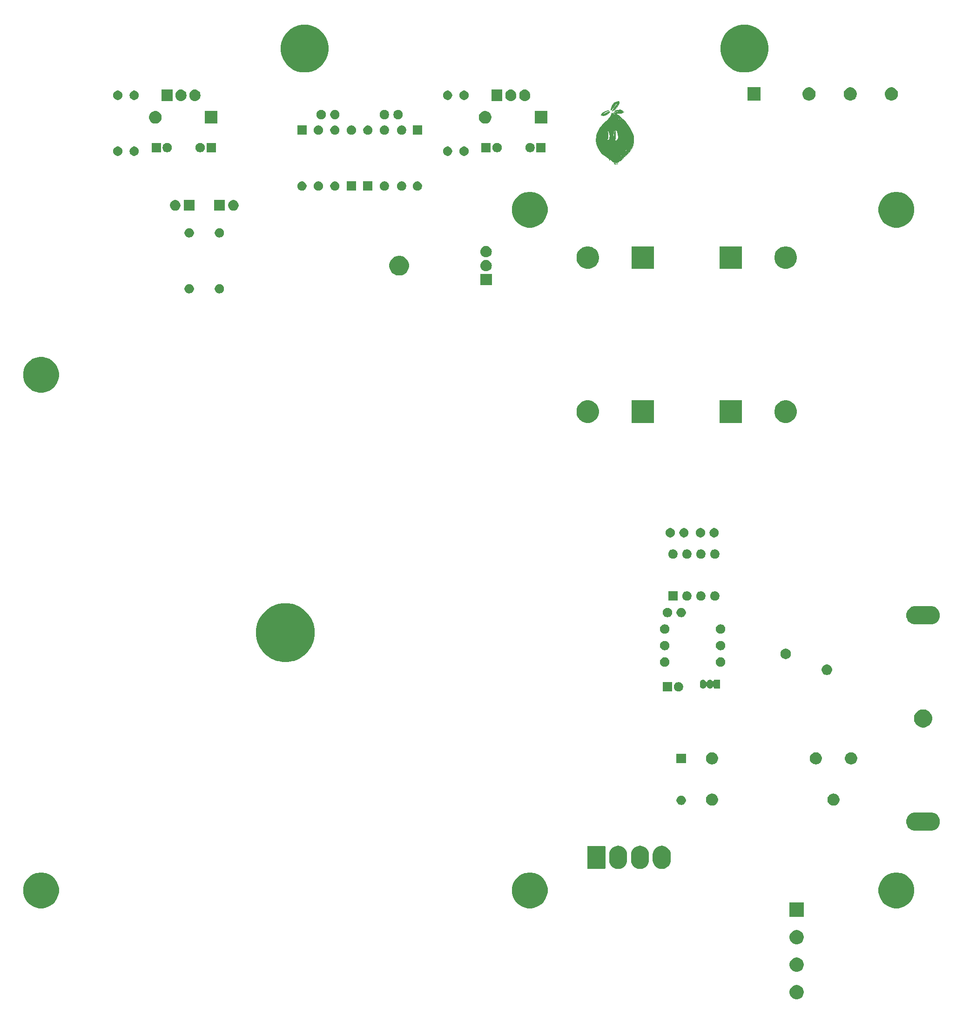
<source format=gbr>
G04 #@! TF.GenerationSoftware,KiCad,Pcbnew,5.1.6*
G04 #@! TF.CreationDate,2020-07-29T11:54:06+02:00*
G04 #@! TF.ProjectId,Power supply,506f7765-7220-4737-9570-706c792e6b69,rev?*
G04 #@! TF.SameCoordinates,Original*
G04 #@! TF.FileFunction,Soldermask,Top*
G04 #@! TF.FilePolarity,Negative*
%FSLAX46Y46*%
G04 Gerber Fmt 4.6, Leading zero omitted, Abs format (unit mm)*
G04 Created by KiCad (PCBNEW 5.1.6) date 2020-07-29 11:54:06*
%MOMM*%
%LPD*%
G01*
G04 APERTURE LIST*
%ADD10C,0.010000*%
%ADD11C,0.100000*%
G04 APERTURE END LIST*
D10*
G36*
X136952274Y-124868521D02*
G01*
X137141177Y-124918016D01*
X137203200Y-124955444D01*
X137123340Y-124995050D01*
X136952988Y-124986402D01*
X136795985Y-124940613D01*
X136755070Y-124907476D01*
X136796732Y-124859127D01*
X136952274Y-124868521D01*
G37*
X136952274Y-124868521D02*
X137141177Y-124918016D01*
X137203200Y-124955444D01*
X137123340Y-124995050D01*
X136952988Y-124986402D01*
X136795985Y-124940613D01*
X136755070Y-124907476D01*
X136796732Y-124859127D01*
X136952274Y-124868521D01*
G36*
X137406400Y-124943600D02*
G01*
X137355600Y-124994400D01*
X137304800Y-124943600D01*
X137355600Y-124892800D01*
X137406400Y-124943600D01*
G37*
X137406400Y-124943600D02*
X137355600Y-124994400D01*
X137304800Y-124943600D01*
X137355600Y-124892800D01*
X137406400Y-124943600D01*
G36*
X136514606Y-115793838D02*
G01*
X136778484Y-115906712D01*
X137081428Y-115951999D01*
X137412259Y-116038664D01*
X137808143Y-116280976D01*
X138244110Y-116652415D01*
X138695188Y-117126459D01*
X139136403Y-117676587D01*
X139542784Y-118276279D01*
X139889359Y-118899013D01*
X139924508Y-118971441D01*
X140109175Y-119374734D01*
X140221127Y-119687908D01*
X140278108Y-119991716D01*
X140297864Y-120366910D01*
X140299185Y-120676400D01*
X140290660Y-121140006D01*
X140258965Y-121469529D01*
X140189805Y-121733894D01*
X140068888Y-122002024D01*
X139996045Y-122138149D01*
X139737757Y-122517006D01*
X139351910Y-122962818D01*
X138879248Y-123428683D01*
X138858542Y-123447591D01*
X138528056Y-123759779D01*
X138269055Y-124026325D01*
X138109898Y-124216528D01*
X138074758Y-124296077D01*
X138051655Y-124344485D01*
X137991000Y-124329841D01*
X137835740Y-124361597D01*
X137637209Y-124508801D01*
X137612413Y-124534205D01*
X137301239Y-124750819D01*
X136958353Y-124769021D01*
X136579849Y-124588568D01*
X136416092Y-124459398D01*
X136148760Y-124244022D01*
X135780424Y-123969279D01*
X135649597Y-123876800D01*
X138066800Y-123876800D01*
X138071444Y-123970572D01*
X138105607Y-123978400D01*
X138249237Y-123904257D01*
X138270000Y-123876800D01*
X138265355Y-123783027D01*
X138231192Y-123775200D01*
X138087562Y-123849342D01*
X138066800Y-123876800D01*
X135649597Y-123876800D01*
X135380451Y-123686548D01*
X135284473Y-123621198D01*
X135071581Y-123467211D01*
X137914400Y-123467211D01*
X137988873Y-123523113D01*
X138066800Y-123507141D01*
X138200481Y-123435027D01*
X138219200Y-123408729D01*
X138136235Y-123373213D01*
X138066800Y-123368800D01*
X138524000Y-123368800D01*
X138561173Y-123452428D01*
X138591733Y-123436533D01*
X138603892Y-123315957D01*
X138591733Y-123301066D01*
X138531332Y-123315013D01*
X138524000Y-123368800D01*
X138066800Y-123368800D01*
X137931568Y-123421970D01*
X137914400Y-123467211D01*
X135071581Y-123467211D01*
X134781704Y-123257540D01*
X134514979Y-123013200D01*
X138930400Y-123013200D01*
X138981200Y-123064000D01*
X139032000Y-123013200D01*
X138981200Y-122962400D01*
X138930400Y-123013200D01*
X134514979Y-123013200D01*
X134414606Y-122921252D01*
X134394183Y-122894666D01*
X138354666Y-122894666D01*
X138368613Y-122955067D01*
X138422400Y-122962400D01*
X138506028Y-122925226D01*
X138490133Y-122894666D01*
X138369557Y-122882507D01*
X138354666Y-122894666D01*
X134394183Y-122894666D01*
X134143226Y-122567992D01*
X138828800Y-122567992D01*
X138891398Y-122623076D01*
X138930400Y-122606800D01*
X139028206Y-122472209D01*
X139032000Y-122442407D01*
X138969401Y-122387323D01*
X138930400Y-122403600D01*
X138832593Y-122538190D01*
X138828800Y-122567992D01*
X134143226Y-122567992D01*
X134133809Y-122555735D01*
X133889947Y-122104390D01*
X133811696Y-121932696D01*
X133571199Y-121267914D01*
X133480326Y-120666219D01*
X133531897Y-120061458D01*
X133583681Y-119831310D01*
X133657207Y-119563265D01*
X135282571Y-119563265D01*
X135283172Y-119577520D01*
X135314213Y-119620526D01*
X135379148Y-119491389D01*
X135399469Y-119431800D01*
X135502200Y-119177164D01*
X135580570Y-119119695D01*
X135631354Y-119254463D01*
X135651329Y-119576537D01*
X135648574Y-119812762D01*
X135619508Y-120207561D01*
X135564069Y-120433348D01*
X135489386Y-120480202D01*
X135402588Y-120338201D01*
X135361929Y-120211667D01*
X135311075Y-120054895D01*
X135288868Y-120087454D01*
X135282927Y-120173480D01*
X135351199Y-120439962D01*
X135551371Y-120591313D01*
X135728813Y-120604093D01*
X135848256Y-120556953D01*
X135916704Y-120426195D01*
X135953002Y-120162787D01*
X135963591Y-119993246D01*
X135958981Y-119804696D01*
X136597772Y-119804696D01*
X136636535Y-119980634D01*
X136692011Y-120016000D01*
X136748713Y-119941854D01*
X136733549Y-119867790D01*
X136726720Y-119696656D01*
X136773229Y-119448430D01*
X136850771Y-119200859D01*
X136937040Y-119031689D01*
X136982479Y-119000131D01*
X137015140Y-119093502D01*
X137039299Y-119340362D01*
X137050502Y-119691044D01*
X137050800Y-119762141D01*
X137042640Y-120194786D01*
X137014466Y-120437512D01*
X136960732Y-120503087D01*
X136875894Y-120404276D01*
X136819202Y-120295400D01*
X136737122Y-120157663D01*
X136704280Y-120204139D01*
X136702076Y-120237342D01*
X136757348Y-120416617D01*
X136890387Y-120607942D01*
X137034688Y-120721491D01*
X137064736Y-120727200D01*
X137184223Y-120684785D01*
X137311479Y-120622025D01*
X137438905Y-120501432D01*
X137497555Y-120280913D01*
X137508000Y-120027586D01*
X137472066Y-119545193D01*
X137375823Y-119175071D01*
X137236611Y-118934211D01*
X137071767Y-118839606D01*
X136898631Y-118908246D01*
X136734541Y-119157124D01*
X136701556Y-119237281D01*
X136619700Y-119536208D01*
X136597772Y-119804696D01*
X135958981Y-119804696D01*
X135951931Y-119516448D01*
X135865044Y-119183741D01*
X135710018Y-119016126D01*
X135628399Y-119000000D01*
X135462376Y-119088492D01*
X135331613Y-119302154D01*
X135282571Y-119563265D01*
X133657207Y-119563265D01*
X133716578Y-119346826D01*
X133853963Y-118954158D01*
X134021875Y-118612853D01*
X134246354Y-118282463D01*
X134553442Y-117922537D01*
X134969177Y-117492624D01*
X135231532Y-117233798D01*
X138050523Y-117233798D01*
X138066800Y-117272800D01*
X138201390Y-117370606D01*
X138231192Y-117374400D01*
X138284322Y-117314021D01*
X138452539Y-117314021D01*
X138524000Y-117374400D01*
X138686115Y-117465779D01*
X138707714Y-117431363D01*
X138676400Y-117374400D01*
X138528021Y-117277801D01*
X138492603Y-117274355D01*
X138452539Y-117314021D01*
X138284322Y-117314021D01*
X138286276Y-117311801D01*
X138270000Y-117272800D01*
X138135409Y-117174993D01*
X138105607Y-117171200D01*
X138050523Y-117233798D01*
X135231532Y-117233798D01*
X135298200Y-117168027D01*
X135719697Y-116747125D01*
X135740699Y-116724379D01*
X137452151Y-116724379D01*
X137508000Y-116815600D01*
X137660982Y-116943667D01*
X137736080Y-116968000D01*
X137767048Y-116906820D01*
X137711200Y-116815600D01*
X137587307Y-116711884D01*
X137870150Y-116711884D01*
X137904648Y-116811227D01*
X137940326Y-116870159D01*
X138058912Y-117039728D01*
X138109223Y-117037515D01*
X138117600Y-116928070D01*
X138035710Y-116770887D01*
X137966686Y-116728629D01*
X137870150Y-116711884D01*
X137587307Y-116711884D01*
X137558217Y-116687532D01*
X137483119Y-116663200D01*
X137452151Y-116724379D01*
X135740699Y-116724379D01*
X136008782Y-116434043D01*
X136063362Y-116362837D01*
X137352857Y-116362837D01*
X137386303Y-116439397D01*
X137502003Y-116460000D01*
X137670609Y-116443636D01*
X137711200Y-116420070D01*
X137631047Y-116343175D01*
X137471446Y-116317206D01*
X137353686Y-116361535D01*
X137352857Y-116362837D01*
X136063362Y-116362837D01*
X136186005Y-116202838D01*
X136271921Y-116027569D01*
X136288800Y-115917666D01*
X136301168Y-115724300D01*
X136374461Y-115704260D01*
X136514606Y-115793838D01*
G37*
X136514606Y-115793838D02*
X136778484Y-115906712D01*
X137081428Y-115951999D01*
X137412259Y-116038664D01*
X137808143Y-116280976D01*
X138244110Y-116652415D01*
X138695188Y-117126459D01*
X139136403Y-117676587D01*
X139542784Y-118276279D01*
X139889359Y-118899013D01*
X139924508Y-118971441D01*
X140109175Y-119374734D01*
X140221127Y-119687908D01*
X140278108Y-119991716D01*
X140297864Y-120366910D01*
X140299185Y-120676400D01*
X140290660Y-121140006D01*
X140258965Y-121469529D01*
X140189805Y-121733894D01*
X140068888Y-122002024D01*
X139996045Y-122138149D01*
X139737757Y-122517006D01*
X139351910Y-122962818D01*
X138879248Y-123428683D01*
X138858542Y-123447591D01*
X138528056Y-123759779D01*
X138269055Y-124026325D01*
X138109898Y-124216528D01*
X138074758Y-124296077D01*
X138051655Y-124344485D01*
X137991000Y-124329841D01*
X137835740Y-124361597D01*
X137637209Y-124508801D01*
X137612413Y-124534205D01*
X137301239Y-124750819D01*
X136958353Y-124769021D01*
X136579849Y-124588568D01*
X136416092Y-124459398D01*
X136148760Y-124244022D01*
X135780424Y-123969279D01*
X135649597Y-123876800D01*
X138066800Y-123876800D01*
X138071444Y-123970572D01*
X138105607Y-123978400D01*
X138249237Y-123904257D01*
X138270000Y-123876800D01*
X138265355Y-123783027D01*
X138231192Y-123775200D01*
X138087562Y-123849342D01*
X138066800Y-123876800D01*
X135649597Y-123876800D01*
X135380451Y-123686548D01*
X135284473Y-123621198D01*
X135071581Y-123467211D01*
X137914400Y-123467211D01*
X137988873Y-123523113D01*
X138066800Y-123507141D01*
X138200481Y-123435027D01*
X138219200Y-123408729D01*
X138136235Y-123373213D01*
X138066800Y-123368800D01*
X138524000Y-123368800D01*
X138561173Y-123452428D01*
X138591733Y-123436533D01*
X138603892Y-123315957D01*
X138591733Y-123301066D01*
X138531332Y-123315013D01*
X138524000Y-123368800D01*
X138066800Y-123368800D01*
X137931568Y-123421970D01*
X137914400Y-123467211D01*
X135071581Y-123467211D01*
X134781704Y-123257540D01*
X134514979Y-123013200D01*
X138930400Y-123013200D01*
X138981200Y-123064000D01*
X139032000Y-123013200D01*
X138981200Y-122962400D01*
X138930400Y-123013200D01*
X134514979Y-123013200D01*
X134414606Y-122921252D01*
X134394183Y-122894666D01*
X138354666Y-122894666D01*
X138368613Y-122955067D01*
X138422400Y-122962400D01*
X138506028Y-122925226D01*
X138490133Y-122894666D01*
X138369557Y-122882507D01*
X138354666Y-122894666D01*
X134394183Y-122894666D01*
X134143226Y-122567992D01*
X138828800Y-122567992D01*
X138891398Y-122623076D01*
X138930400Y-122606800D01*
X139028206Y-122472209D01*
X139032000Y-122442407D01*
X138969401Y-122387323D01*
X138930400Y-122403600D01*
X138832593Y-122538190D01*
X138828800Y-122567992D01*
X134143226Y-122567992D01*
X134133809Y-122555735D01*
X133889947Y-122104390D01*
X133811696Y-121932696D01*
X133571199Y-121267914D01*
X133480326Y-120666219D01*
X133531897Y-120061458D01*
X133583681Y-119831310D01*
X133657207Y-119563265D01*
X135282571Y-119563265D01*
X135283172Y-119577520D01*
X135314213Y-119620526D01*
X135379148Y-119491389D01*
X135399469Y-119431800D01*
X135502200Y-119177164D01*
X135580570Y-119119695D01*
X135631354Y-119254463D01*
X135651329Y-119576537D01*
X135648574Y-119812762D01*
X135619508Y-120207561D01*
X135564069Y-120433348D01*
X135489386Y-120480202D01*
X135402588Y-120338201D01*
X135361929Y-120211667D01*
X135311075Y-120054895D01*
X135288868Y-120087454D01*
X135282927Y-120173480D01*
X135351199Y-120439962D01*
X135551371Y-120591313D01*
X135728813Y-120604093D01*
X135848256Y-120556953D01*
X135916704Y-120426195D01*
X135953002Y-120162787D01*
X135963591Y-119993246D01*
X135958981Y-119804696D01*
X136597772Y-119804696D01*
X136636535Y-119980634D01*
X136692011Y-120016000D01*
X136748713Y-119941854D01*
X136733549Y-119867790D01*
X136726720Y-119696656D01*
X136773229Y-119448430D01*
X136850771Y-119200859D01*
X136937040Y-119031689D01*
X136982479Y-119000131D01*
X137015140Y-119093502D01*
X137039299Y-119340362D01*
X137050502Y-119691044D01*
X137050800Y-119762141D01*
X137042640Y-120194786D01*
X137014466Y-120437512D01*
X136960732Y-120503087D01*
X136875894Y-120404276D01*
X136819202Y-120295400D01*
X136737122Y-120157663D01*
X136704280Y-120204139D01*
X136702076Y-120237342D01*
X136757348Y-120416617D01*
X136890387Y-120607942D01*
X137034688Y-120721491D01*
X137064736Y-120727200D01*
X137184223Y-120684785D01*
X137311479Y-120622025D01*
X137438905Y-120501432D01*
X137497555Y-120280913D01*
X137508000Y-120027586D01*
X137472066Y-119545193D01*
X137375823Y-119175071D01*
X137236611Y-118934211D01*
X137071767Y-118839606D01*
X136898631Y-118908246D01*
X136734541Y-119157124D01*
X136701556Y-119237281D01*
X136619700Y-119536208D01*
X136597772Y-119804696D01*
X135958981Y-119804696D01*
X135951931Y-119516448D01*
X135865044Y-119183741D01*
X135710018Y-119016126D01*
X135628399Y-119000000D01*
X135462376Y-119088492D01*
X135331613Y-119302154D01*
X135282571Y-119563265D01*
X133657207Y-119563265D01*
X133716578Y-119346826D01*
X133853963Y-118954158D01*
X134021875Y-118612853D01*
X134246354Y-118282463D01*
X134553442Y-117922537D01*
X134969177Y-117492624D01*
X135231532Y-117233798D01*
X138050523Y-117233798D01*
X138066800Y-117272800D01*
X138201390Y-117370606D01*
X138231192Y-117374400D01*
X138284322Y-117314021D01*
X138452539Y-117314021D01*
X138524000Y-117374400D01*
X138686115Y-117465779D01*
X138707714Y-117431363D01*
X138676400Y-117374400D01*
X138528021Y-117277801D01*
X138492603Y-117274355D01*
X138452539Y-117314021D01*
X138284322Y-117314021D01*
X138286276Y-117311801D01*
X138270000Y-117272800D01*
X138135409Y-117174993D01*
X138105607Y-117171200D01*
X138050523Y-117233798D01*
X135231532Y-117233798D01*
X135298200Y-117168027D01*
X135719697Y-116747125D01*
X135740699Y-116724379D01*
X137452151Y-116724379D01*
X137508000Y-116815600D01*
X137660982Y-116943667D01*
X137736080Y-116968000D01*
X137767048Y-116906820D01*
X137711200Y-116815600D01*
X137587307Y-116711884D01*
X137870150Y-116711884D01*
X137904648Y-116811227D01*
X137940326Y-116870159D01*
X138058912Y-117039728D01*
X138109223Y-117037515D01*
X138117600Y-116928070D01*
X138035710Y-116770887D01*
X137966686Y-116728629D01*
X137870150Y-116711884D01*
X137587307Y-116711884D01*
X137558217Y-116687532D01*
X137483119Y-116663200D01*
X137452151Y-116724379D01*
X135740699Y-116724379D01*
X136008782Y-116434043D01*
X136063362Y-116362837D01*
X137352857Y-116362837D01*
X137386303Y-116439397D01*
X137502003Y-116460000D01*
X137670609Y-116443636D01*
X137711200Y-116420070D01*
X137631047Y-116343175D01*
X137471446Y-116317206D01*
X137353686Y-116361535D01*
X137352857Y-116362837D01*
X136063362Y-116362837D01*
X136186005Y-116202838D01*
X136271921Y-116027569D01*
X136288800Y-115917666D01*
X136301168Y-115724300D01*
X136374461Y-115704260D01*
X136514606Y-115793838D01*
G36*
X135984000Y-124232400D02*
G01*
X135933200Y-124283200D01*
X135882400Y-124232400D01*
X135933200Y-124181600D01*
X135984000Y-124232400D01*
G37*
X135984000Y-124232400D02*
X135933200Y-124283200D01*
X135882400Y-124232400D01*
X135933200Y-124181600D01*
X135984000Y-124232400D01*
G36*
X135829788Y-115261164D02*
G01*
X135829036Y-115282395D01*
X135639645Y-115331335D01*
X135605544Y-115339447D01*
X135337037Y-115429423D01*
X135075723Y-115556995D01*
X134876129Y-115689618D01*
X134792781Y-115794749D01*
X134801481Y-115819348D01*
X134915706Y-115810136D01*
X135147918Y-115726898D01*
X135315912Y-115650921D01*
X135676243Y-115500111D01*
X135906692Y-115449114D01*
X135991976Y-115489866D01*
X135916812Y-115614304D01*
X135665919Y-115814364D01*
X135648324Y-115826317D01*
X135218179Y-116063862D01*
X134832236Y-116153066D01*
X134759706Y-116155200D01*
X134507053Y-116136364D01*
X134367839Y-116089382D01*
X134358400Y-116071310D01*
X134444437Y-115903307D01*
X134664758Y-115701868D01*
X134962674Y-115502979D01*
X135281495Y-115342630D01*
X135564533Y-115256810D01*
X135650225Y-115251199D01*
X135829788Y-115261164D01*
G37*
X135829788Y-115261164D02*
X135829036Y-115282395D01*
X135639645Y-115331335D01*
X135605544Y-115339447D01*
X135337037Y-115429423D01*
X135075723Y-115556995D01*
X134876129Y-115689618D01*
X134792781Y-115794749D01*
X134801481Y-115819348D01*
X134915706Y-115810136D01*
X135147918Y-115726898D01*
X135315912Y-115650921D01*
X135676243Y-115500111D01*
X135906692Y-115449114D01*
X135991976Y-115489866D01*
X135916812Y-115614304D01*
X135665919Y-115814364D01*
X135648324Y-115826317D01*
X135218179Y-116063862D01*
X134832236Y-116153066D01*
X134759706Y-116155200D01*
X134507053Y-116136364D01*
X134367839Y-116089382D01*
X134358400Y-116071310D01*
X134444437Y-115903307D01*
X134664758Y-115701868D01*
X134962674Y-115502979D01*
X135281495Y-115342630D01*
X135564533Y-115256810D01*
X135650225Y-115251199D01*
X135829788Y-115261164D01*
G36*
X138064052Y-115156977D02*
G01*
X138271660Y-115286157D01*
X138291760Y-115302114D01*
X138574800Y-115529266D01*
X138299377Y-115635006D01*
X137941276Y-115731030D01*
X137511254Y-115789471D01*
X137098538Y-115802655D01*
X136796800Y-115764253D01*
X136630521Y-115702964D01*
X136646648Y-115652809D01*
X136728909Y-115617122D01*
X136984375Y-115558482D01*
X137154713Y-115545600D01*
X137370491Y-115501253D01*
X137465891Y-115429937D01*
X137456868Y-115376266D01*
X137643466Y-115376266D01*
X137657413Y-115436667D01*
X137711200Y-115444000D01*
X137794828Y-115406826D01*
X137778933Y-115376266D01*
X137658357Y-115364107D01*
X137643466Y-115376266D01*
X137456868Y-115376266D01*
X137454672Y-115363209D01*
X137281318Y-115364468D01*
X137141687Y-115387043D01*
X136899622Y-115421876D01*
X136825371Y-115399111D01*
X136870585Y-115332401D01*
X137039545Y-115245615D01*
X137328925Y-115168357D01*
X137501945Y-115139976D01*
X137837074Y-115114325D01*
X138064052Y-115156977D01*
G37*
X138064052Y-115156977D02*
X138271660Y-115286157D01*
X138291760Y-115302114D01*
X138574800Y-115529266D01*
X138299377Y-115635006D01*
X137941276Y-115731030D01*
X137511254Y-115789471D01*
X137098538Y-115802655D01*
X136796800Y-115764253D01*
X136630521Y-115702964D01*
X136646648Y-115652809D01*
X136728909Y-115617122D01*
X136984375Y-115558482D01*
X137154713Y-115545600D01*
X137370491Y-115501253D01*
X137465891Y-115429937D01*
X137456868Y-115376266D01*
X137643466Y-115376266D01*
X137657413Y-115436667D01*
X137711200Y-115444000D01*
X137794828Y-115406826D01*
X137778933Y-115376266D01*
X137658357Y-115364107D01*
X137643466Y-115376266D01*
X137456868Y-115376266D01*
X137454672Y-115363209D01*
X137281318Y-115364468D01*
X137141687Y-115387043D01*
X136899622Y-115421876D01*
X136825371Y-115399111D01*
X136870585Y-115332401D01*
X137039545Y-115245615D01*
X137328925Y-115168357D01*
X137501945Y-115139976D01*
X137837074Y-115114325D01*
X138064052Y-115156977D01*
G36*
X137706911Y-113660832D02*
G01*
X137735226Y-113840510D01*
X137644586Y-114116467D01*
X137460027Y-114441608D01*
X137206583Y-114768833D01*
X137015587Y-114961400D01*
X136718665Y-115208172D01*
X136528444Y-115322196D01*
X136456736Y-115300827D01*
X136515353Y-115141417D01*
X136562186Y-115063000D01*
X136730979Y-114817802D01*
X136961530Y-114508835D01*
X137084767Y-114351800D01*
X137254328Y-114117203D01*
X137332279Y-113960381D01*
X137316485Y-113920000D01*
X137207307Y-113997295D01*
X137019595Y-114202434D01*
X136789170Y-114495294D01*
X136727640Y-114579527D01*
X136502148Y-114880073D01*
X136321955Y-115096257D01*
X136217789Y-115191982D01*
X136206173Y-115192040D01*
X136188886Y-115049654D01*
X136251509Y-114793710D01*
X136369970Y-114485228D01*
X136520195Y-114185229D01*
X136678112Y-113954733D01*
X136706144Y-113924686D01*
X136979201Y-113723476D01*
X137282299Y-113604247D01*
X137550916Y-113584010D01*
X137706911Y-113660832D01*
G37*
X137706911Y-113660832D02*
X137735226Y-113840510D01*
X137644586Y-114116467D01*
X137460027Y-114441608D01*
X137206583Y-114768833D01*
X137015587Y-114961400D01*
X136718665Y-115208172D01*
X136528444Y-115322196D01*
X136456736Y-115300827D01*
X136515353Y-115141417D01*
X136562186Y-115063000D01*
X136730979Y-114817802D01*
X136961530Y-114508835D01*
X137084767Y-114351800D01*
X137254328Y-114117203D01*
X137332279Y-113960381D01*
X137316485Y-113920000D01*
X137207307Y-113997295D01*
X137019595Y-114202434D01*
X136789170Y-114495294D01*
X136727640Y-114579527D01*
X136502148Y-114880073D01*
X136321955Y-115096257D01*
X136217789Y-115191982D01*
X136206173Y-115192040D01*
X136188886Y-115049654D01*
X136251509Y-114793710D01*
X136369970Y-114485228D01*
X136520195Y-114185229D01*
X136678112Y-113954733D01*
X136706144Y-113924686D01*
X136979201Y-113723476D01*
X137282299Y-113604247D01*
X137550916Y-113584010D01*
X137706911Y-113660832D01*
D11*
G36*
X170379487Y-274248996D02*
G01*
X170616253Y-274347068D01*
X170616255Y-274347069D01*
X170829339Y-274489447D01*
X171010553Y-274670661D01*
X171152932Y-274883747D01*
X171251004Y-275120513D01*
X171301000Y-275371861D01*
X171301000Y-275628139D01*
X171251004Y-275879487D01*
X171152932Y-276116253D01*
X171152931Y-276116255D01*
X171010553Y-276329339D01*
X170829339Y-276510553D01*
X170616255Y-276652931D01*
X170616254Y-276652932D01*
X170616253Y-276652932D01*
X170379487Y-276751004D01*
X170128139Y-276801000D01*
X169871861Y-276801000D01*
X169620513Y-276751004D01*
X169383747Y-276652932D01*
X169383746Y-276652932D01*
X169383745Y-276652931D01*
X169170661Y-276510553D01*
X168989447Y-276329339D01*
X168847069Y-276116255D01*
X168847068Y-276116253D01*
X168748996Y-275879487D01*
X168699000Y-275628139D01*
X168699000Y-275371861D01*
X168748996Y-275120513D01*
X168847068Y-274883747D01*
X168989447Y-274670661D01*
X169170661Y-274489447D01*
X169383745Y-274347069D01*
X169383747Y-274347068D01*
X169620513Y-274248996D01*
X169871861Y-274199000D01*
X170128139Y-274199000D01*
X170379487Y-274248996D01*
G37*
G36*
X170379487Y-269248996D02*
G01*
X170616253Y-269347068D01*
X170616255Y-269347069D01*
X170829339Y-269489447D01*
X171010553Y-269670661D01*
X171152932Y-269883747D01*
X171251004Y-270120513D01*
X171301000Y-270371861D01*
X171301000Y-270628139D01*
X171251004Y-270879487D01*
X171152932Y-271116253D01*
X171152931Y-271116255D01*
X171010553Y-271329339D01*
X170829339Y-271510553D01*
X170616255Y-271652931D01*
X170616254Y-271652932D01*
X170616253Y-271652932D01*
X170379487Y-271751004D01*
X170128139Y-271801000D01*
X169871861Y-271801000D01*
X169620513Y-271751004D01*
X169383747Y-271652932D01*
X169383746Y-271652932D01*
X169383745Y-271652931D01*
X169170661Y-271510553D01*
X168989447Y-271329339D01*
X168847069Y-271116255D01*
X168847068Y-271116253D01*
X168748996Y-270879487D01*
X168699000Y-270628139D01*
X168699000Y-270371861D01*
X168748996Y-270120513D01*
X168847068Y-269883747D01*
X168989447Y-269670661D01*
X169170661Y-269489447D01*
X169383745Y-269347069D01*
X169383747Y-269347068D01*
X169620513Y-269248996D01*
X169871861Y-269199000D01*
X170128139Y-269199000D01*
X170379487Y-269248996D01*
G37*
G36*
X170379487Y-264248996D02*
G01*
X170616253Y-264347068D01*
X170616255Y-264347069D01*
X170829339Y-264489447D01*
X171010553Y-264670661D01*
X171152932Y-264883747D01*
X171251004Y-265120513D01*
X171301000Y-265371861D01*
X171301000Y-265628139D01*
X171251004Y-265879487D01*
X171152932Y-266116253D01*
X171152931Y-266116255D01*
X171010553Y-266329339D01*
X170829339Y-266510553D01*
X170616255Y-266652931D01*
X170616254Y-266652932D01*
X170616253Y-266652932D01*
X170379487Y-266751004D01*
X170128139Y-266801000D01*
X169871861Y-266801000D01*
X169620513Y-266751004D01*
X169383747Y-266652932D01*
X169383746Y-266652932D01*
X169383745Y-266652931D01*
X169170661Y-266510553D01*
X168989447Y-266329339D01*
X168847069Y-266116255D01*
X168847068Y-266116253D01*
X168748996Y-265879487D01*
X168699000Y-265628139D01*
X168699000Y-265371861D01*
X168748996Y-265120513D01*
X168847068Y-264883747D01*
X168989447Y-264670661D01*
X169170661Y-264489447D01*
X169383745Y-264347069D01*
X169383747Y-264347068D01*
X169620513Y-264248996D01*
X169871861Y-264199000D01*
X170128139Y-264199000D01*
X170379487Y-264248996D01*
G37*
G36*
X171301000Y-261801000D02*
G01*
X168699000Y-261801000D01*
X168699000Y-259199000D01*
X171301000Y-259199000D01*
X171301000Y-261801000D01*
G37*
G36*
X122094239Y-253811467D02*
G01*
X122408282Y-253873934D01*
X122999926Y-254119001D01*
X123532392Y-254474784D01*
X123985216Y-254927608D01*
X124340999Y-255460074D01*
X124586066Y-256051718D01*
X124711000Y-256679804D01*
X124711000Y-257320196D01*
X124586066Y-257948282D01*
X124340999Y-258539926D01*
X123985216Y-259072392D01*
X123532392Y-259525216D01*
X122999926Y-259880999D01*
X122408282Y-260126066D01*
X122094239Y-260188533D01*
X121780197Y-260251000D01*
X121139803Y-260251000D01*
X120825761Y-260188533D01*
X120511718Y-260126066D01*
X119920074Y-259880999D01*
X119387608Y-259525216D01*
X118934784Y-259072392D01*
X118579001Y-258539926D01*
X118333934Y-257948282D01*
X118209000Y-257320196D01*
X118209000Y-256679804D01*
X118333934Y-256051718D01*
X118579001Y-255460074D01*
X118934784Y-254927608D01*
X119387608Y-254474784D01*
X119920074Y-254119001D01*
X120511718Y-253873934D01*
X120825761Y-253811467D01*
X121139803Y-253749000D01*
X121780197Y-253749000D01*
X122094239Y-253811467D01*
G37*
G36*
X33194239Y-253811467D02*
G01*
X33508282Y-253873934D01*
X34099926Y-254119001D01*
X34632392Y-254474784D01*
X35085216Y-254927608D01*
X35440999Y-255460074D01*
X35686066Y-256051718D01*
X35811000Y-256679804D01*
X35811000Y-257320196D01*
X35686066Y-257948282D01*
X35440999Y-258539926D01*
X35085216Y-259072392D01*
X34632392Y-259525216D01*
X34099926Y-259880999D01*
X33508282Y-260126066D01*
X33194239Y-260188533D01*
X32880197Y-260251000D01*
X32239803Y-260251000D01*
X31925761Y-260188533D01*
X31611718Y-260126066D01*
X31020074Y-259880999D01*
X30487608Y-259525216D01*
X30034784Y-259072392D01*
X29679001Y-258539926D01*
X29433934Y-257948282D01*
X29309000Y-257320196D01*
X29309000Y-256679804D01*
X29433934Y-256051718D01*
X29679001Y-255460074D01*
X30034784Y-254927608D01*
X30487608Y-254474784D01*
X31020074Y-254119001D01*
X31611718Y-253873934D01*
X31925761Y-253811467D01*
X32239803Y-253749000D01*
X32880197Y-253749000D01*
X33194239Y-253811467D01*
G37*
G36*
X188774239Y-253811467D02*
G01*
X189088282Y-253873934D01*
X189679926Y-254119001D01*
X190212392Y-254474784D01*
X190665216Y-254927608D01*
X191020999Y-255460074D01*
X191266066Y-256051718D01*
X191391000Y-256679804D01*
X191391000Y-257320196D01*
X191266066Y-257948282D01*
X191020999Y-258539926D01*
X190665216Y-259072392D01*
X190212392Y-259525216D01*
X189679926Y-259880999D01*
X189088282Y-260126066D01*
X188774239Y-260188533D01*
X188460197Y-260251000D01*
X187819803Y-260251000D01*
X187505761Y-260188533D01*
X187191718Y-260126066D01*
X186600074Y-259880999D01*
X186067608Y-259525216D01*
X185614784Y-259072392D01*
X185259001Y-258539926D01*
X185013934Y-257948282D01*
X184889000Y-257320196D01*
X184889000Y-256679804D01*
X185013934Y-256051718D01*
X185259001Y-255460074D01*
X185614784Y-254927608D01*
X186067608Y-254474784D01*
X186600074Y-254119001D01*
X187191718Y-253873934D01*
X187505761Y-253811467D01*
X187819803Y-253749000D01*
X188460197Y-253749000D01*
X188774239Y-253811467D01*
G37*
G36*
X141819729Y-248922599D02*
G01*
X142127178Y-249015863D01*
X142410514Y-249167309D01*
X142410517Y-249167311D01*
X142410518Y-249167312D01*
X142658871Y-249371129D01*
X142658873Y-249371132D01*
X142862689Y-249619482D01*
X143014137Y-249902821D01*
X143107401Y-250210270D01*
X143131000Y-250449878D01*
X143131000Y-251550121D01*
X143107401Y-251789730D01*
X143014137Y-252097179D01*
X142862689Y-252380518D01*
X142658871Y-252628871D01*
X142410518Y-252832689D01*
X142127179Y-252984137D01*
X141819730Y-253077401D01*
X141500000Y-253108891D01*
X141180271Y-253077401D01*
X140872822Y-252984137D01*
X140589483Y-252832689D01*
X140341130Y-252628871D01*
X140137312Y-252380519D01*
X140066180Y-252247441D01*
X139985863Y-252097179D01*
X139892599Y-251789730D01*
X139869000Y-251550122D01*
X139869000Y-250449879D01*
X139892599Y-250210271D01*
X139985863Y-249902822D01*
X140137309Y-249619486D01*
X140137313Y-249619481D01*
X140341129Y-249371129D01*
X140589481Y-249167312D01*
X140589480Y-249167312D01*
X140589482Y-249167311D01*
X140872821Y-249015863D01*
X141180270Y-248922599D01*
X141500000Y-248891109D01*
X141819729Y-248922599D01*
G37*
G36*
X137859729Y-248922599D02*
G01*
X138167178Y-249015863D01*
X138450514Y-249167309D01*
X138450517Y-249167311D01*
X138450518Y-249167312D01*
X138698871Y-249371129D01*
X138698873Y-249371132D01*
X138902689Y-249619482D01*
X139054137Y-249902821D01*
X139147401Y-250210270D01*
X139171000Y-250449878D01*
X139171000Y-251550121D01*
X139147401Y-251789730D01*
X139054137Y-252097179D01*
X138902689Y-252380518D01*
X138698871Y-252628871D01*
X138450518Y-252832689D01*
X138167179Y-252984137D01*
X137859730Y-253077401D01*
X137540000Y-253108891D01*
X137220271Y-253077401D01*
X136912822Y-252984137D01*
X136629483Y-252832689D01*
X136381130Y-252628871D01*
X136177312Y-252380519D01*
X136106180Y-252247441D01*
X136025863Y-252097179D01*
X135932599Y-251789730D01*
X135909000Y-251550122D01*
X135909000Y-250449879D01*
X135932599Y-250210271D01*
X136025863Y-249902822D01*
X136177309Y-249619486D01*
X136177313Y-249619481D01*
X136381129Y-249371129D01*
X136629481Y-249167312D01*
X136629480Y-249167312D01*
X136629482Y-249167311D01*
X136912821Y-249015863D01*
X137220270Y-248922599D01*
X137540000Y-248891109D01*
X137859729Y-248922599D01*
G37*
G36*
X145779729Y-248922599D02*
G01*
X146087178Y-249015863D01*
X146370514Y-249167309D01*
X146370517Y-249167311D01*
X146370518Y-249167312D01*
X146618871Y-249371129D01*
X146618873Y-249371132D01*
X146822689Y-249619482D01*
X146974137Y-249902821D01*
X147067401Y-250210270D01*
X147091000Y-250449878D01*
X147091000Y-251550121D01*
X147067401Y-251789730D01*
X146974137Y-252097179D01*
X146822689Y-252380518D01*
X146618871Y-252628871D01*
X146370518Y-252832689D01*
X146087179Y-252984137D01*
X145779730Y-253077401D01*
X145460000Y-253108891D01*
X145140271Y-253077401D01*
X144832822Y-252984137D01*
X144549483Y-252832689D01*
X144301130Y-252628871D01*
X144097312Y-252380519D01*
X144026180Y-252247441D01*
X143945863Y-252097179D01*
X143852599Y-251789730D01*
X143829000Y-251550122D01*
X143829000Y-250449879D01*
X143852599Y-250210271D01*
X143945863Y-249902822D01*
X144097309Y-249619486D01*
X144097313Y-249619481D01*
X144301129Y-249371129D01*
X144549481Y-249167312D01*
X144549480Y-249167312D01*
X144549482Y-249167311D01*
X144832821Y-249015863D01*
X145140270Y-248922599D01*
X145460000Y-248891109D01*
X145779729Y-248922599D01*
G37*
G36*
X135087850Y-248902530D02*
G01*
X135116413Y-248911194D01*
X135142734Y-248925263D01*
X135165804Y-248944196D01*
X135184737Y-248967266D01*
X135198806Y-248993587D01*
X135207470Y-249022150D01*
X135211000Y-249057990D01*
X135211000Y-252942010D01*
X135207470Y-252977850D01*
X135198806Y-253006413D01*
X135184737Y-253032734D01*
X135165804Y-253055804D01*
X135142734Y-253074737D01*
X135116413Y-253088806D01*
X135087850Y-253097470D01*
X135052010Y-253101000D01*
X132107990Y-253101000D01*
X132072150Y-253097470D01*
X132043587Y-253088806D01*
X132017266Y-253074737D01*
X131994196Y-253055804D01*
X131975263Y-253032734D01*
X131961194Y-253006413D01*
X131952530Y-252977850D01*
X131949000Y-252942010D01*
X131949000Y-249057990D01*
X131952530Y-249022150D01*
X131961194Y-248993587D01*
X131975263Y-248967266D01*
X131994196Y-248944196D01*
X132017266Y-248925263D01*
X132043587Y-248911194D01*
X132072150Y-248902530D01*
X132107990Y-248899000D01*
X135052010Y-248899000D01*
X135087850Y-248902530D01*
G37*
G36*
X194703551Y-242848250D02*
G01*
X194861517Y-242896168D01*
X195019481Y-242944086D01*
X195019483Y-242944087D01*
X195310640Y-243099714D01*
X195565845Y-243309155D01*
X195775286Y-243564360D01*
X195930913Y-243855517D01*
X196026750Y-244171449D01*
X196059109Y-244500000D01*
X196026750Y-244828551D01*
X195930913Y-245144483D01*
X195775286Y-245435640D01*
X195565845Y-245690845D01*
X195310640Y-245900286D01*
X195019483Y-246055913D01*
X195019481Y-246055914D01*
X194861517Y-246103831D01*
X194703551Y-246151750D01*
X194457335Y-246176000D01*
X191542665Y-246176000D01*
X191296449Y-246151750D01*
X191138483Y-246103831D01*
X190980519Y-246055914D01*
X190980517Y-246055913D01*
X190689360Y-245900286D01*
X190434155Y-245690845D01*
X190224714Y-245435640D01*
X190069087Y-245144483D01*
X189973250Y-244828551D01*
X189940891Y-244500000D01*
X189973250Y-244171449D01*
X190069087Y-243855517D01*
X190224714Y-243564360D01*
X190434155Y-243309155D01*
X190689360Y-243099714D01*
X190980517Y-242944087D01*
X190980519Y-242944086D01*
X191138483Y-242896168D01*
X191296449Y-242848250D01*
X191542665Y-242824000D01*
X194457335Y-242824000D01*
X194703551Y-242848250D01*
G37*
G36*
X154814795Y-239420156D02*
G01*
X154921150Y-239441311D01*
X155021334Y-239482809D01*
X155121520Y-239524307D01*
X155301844Y-239644795D01*
X155455205Y-239798156D01*
X155575693Y-239978480D01*
X155575693Y-239978481D01*
X155658689Y-240178850D01*
X155701000Y-240391561D01*
X155701000Y-240608439D01*
X155658689Y-240821150D01*
X155639188Y-240868229D01*
X155575693Y-241021520D01*
X155455205Y-241201844D01*
X155301844Y-241355205D01*
X155121520Y-241475693D01*
X154921150Y-241558689D01*
X154814795Y-241579844D01*
X154708440Y-241601000D01*
X154491560Y-241601000D01*
X154385205Y-241579844D01*
X154278850Y-241558689D01*
X154078480Y-241475693D01*
X153898156Y-241355205D01*
X153744795Y-241201844D01*
X153624307Y-241021520D01*
X153560812Y-240868229D01*
X153541311Y-240821150D01*
X153499000Y-240608439D01*
X153499000Y-240391561D01*
X153541311Y-240178850D01*
X153624307Y-239978481D01*
X153624307Y-239978480D01*
X153744795Y-239798156D01*
X153898156Y-239644795D01*
X154078480Y-239524307D01*
X154178666Y-239482809D01*
X154278850Y-239441311D01*
X154385205Y-239420156D01*
X154491560Y-239399000D01*
X154708440Y-239399000D01*
X154814795Y-239420156D01*
G37*
G36*
X176914795Y-239420156D02*
G01*
X177021150Y-239441311D01*
X177121334Y-239482809D01*
X177221520Y-239524307D01*
X177401844Y-239644795D01*
X177555205Y-239798156D01*
X177675693Y-239978480D01*
X177675693Y-239978481D01*
X177758689Y-240178850D01*
X177801000Y-240391561D01*
X177801000Y-240608439D01*
X177758689Y-240821150D01*
X177739188Y-240868229D01*
X177675693Y-241021520D01*
X177555205Y-241201844D01*
X177401844Y-241355205D01*
X177221520Y-241475693D01*
X177021150Y-241558689D01*
X176914795Y-241579844D01*
X176808440Y-241601000D01*
X176591560Y-241601000D01*
X176485205Y-241579844D01*
X176378850Y-241558689D01*
X176178480Y-241475693D01*
X175998156Y-241355205D01*
X175844795Y-241201844D01*
X175724307Y-241021520D01*
X175660812Y-240868229D01*
X175641311Y-240821150D01*
X175599000Y-240608439D01*
X175599000Y-240391561D01*
X175641311Y-240178850D01*
X175724307Y-239978481D01*
X175724307Y-239978480D01*
X175844795Y-239798156D01*
X175998156Y-239644795D01*
X176178480Y-239524307D01*
X176278666Y-239482809D01*
X176378850Y-239441311D01*
X176485205Y-239420156D01*
X176591560Y-239399000D01*
X176808440Y-239399000D01*
X176914795Y-239420156D01*
G37*
G36*
X149248228Y-239801703D02*
G01*
X149403100Y-239865853D01*
X149542481Y-239958985D01*
X149661015Y-240077519D01*
X149754147Y-240216900D01*
X149818297Y-240371772D01*
X149851000Y-240536184D01*
X149851000Y-240703816D01*
X149818297Y-240868228D01*
X149754147Y-241023100D01*
X149661015Y-241162481D01*
X149542481Y-241281015D01*
X149403100Y-241374147D01*
X149248228Y-241438297D01*
X149083816Y-241471000D01*
X148916184Y-241471000D01*
X148751772Y-241438297D01*
X148596900Y-241374147D01*
X148457519Y-241281015D01*
X148338985Y-241162481D01*
X148245853Y-241023100D01*
X148181703Y-240868228D01*
X148149000Y-240703816D01*
X148149000Y-240536184D01*
X148181703Y-240371772D01*
X148245853Y-240216900D01*
X148338985Y-240077519D01*
X148457519Y-239958985D01*
X148596900Y-239865853D01*
X148751772Y-239801703D01*
X148916184Y-239769000D01*
X149083816Y-239769000D01*
X149248228Y-239801703D01*
G37*
G36*
X154814795Y-231920156D02*
G01*
X154921150Y-231941311D01*
X155121520Y-232024307D01*
X155301844Y-232144795D01*
X155455205Y-232298156D01*
X155575693Y-232478480D01*
X155658689Y-232678851D01*
X155701000Y-232891560D01*
X155701000Y-233108440D01*
X155658689Y-233321149D01*
X155575693Y-233521520D01*
X155455205Y-233701844D01*
X155301844Y-233855205D01*
X155121520Y-233975693D01*
X155021334Y-234017191D01*
X154921150Y-234058689D01*
X154814794Y-234079845D01*
X154708440Y-234101000D01*
X154491560Y-234101000D01*
X154385206Y-234079845D01*
X154278850Y-234058689D01*
X154178666Y-234017191D01*
X154078480Y-233975693D01*
X153898156Y-233855205D01*
X153744795Y-233701844D01*
X153624307Y-233521520D01*
X153541311Y-233321149D01*
X153499000Y-233108440D01*
X153499000Y-232891560D01*
X153541311Y-232678851D01*
X153624307Y-232478480D01*
X153744795Y-232298156D01*
X153898156Y-232144795D01*
X154078480Y-232024307D01*
X154278850Y-231941311D01*
X154385205Y-231920156D01*
X154491560Y-231899000D01*
X154708440Y-231899000D01*
X154814795Y-231920156D01*
G37*
G36*
X180114795Y-231920156D02*
G01*
X180221150Y-231941311D01*
X180421520Y-232024307D01*
X180601844Y-232144795D01*
X180755205Y-232298156D01*
X180875693Y-232478480D01*
X180958689Y-232678851D01*
X181001000Y-232891560D01*
X181001000Y-233108440D01*
X180958689Y-233321149D01*
X180875693Y-233521520D01*
X180755205Y-233701844D01*
X180601844Y-233855205D01*
X180421520Y-233975693D01*
X180321334Y-234017191D01*
X180221150Y-234058689D01*
X180114794Y-234079845D01*
X180008440Y-234101000D01*
X179791560Y-234101000D01*
X179685206Y-234079845D01*
X179578850Y-234058689D01*
X179478666Y-234017191D01*
X179378480Y-233975693D01*
X179198156Y-233855205D01*
X179044795Y-233701844D01*
X178924307Y-233521520D01*
X178841311Y-233321149D01*
X178799000Y-233108440D01*
X178799000Y-232891560D01*
X178841311Y-232678851D01*
X178924307Y-232478480D01*
X179044795Y-232298156D01*
X179198156Y-232144795D01*
X179378480Y-232024307D01*
X179578850Y-231941311D01*
X179685205Y-231920156D01*
X179791560Y-231899000D01*
X180008440Y-231899000D01*
X180114795Y-231920156D01*
G37*
G36*
X173714795Y-231920156D02*
G01*
X173821150Y-231941311D01*
X174021520Y-232024307D01*
X174201844Y-232144795D01*
X174355205Y-232298156D01*
X174475693Y-232478480D01*
X174558689Y-232678851D01*
X174601000Y-232891560D01*
X174601000Y-233108440D01*
X174558689Y-233321149D01*
X174475693Y-233521520D01*
X174355205Y-233701844D01*
X174201844Y-233855205D01*
X174021520Y-233975693D01*
X173921334Y-234017191D01*
X173821150Y-234058689D01*
X173714794Y-234079845D01*
X173608440Y-234101000D01*
X173391560Y-234101000D01*
X173285206Y-234079845D01*
X173178850Y-234058689D01*
X173078666Y-234017191D01*
X172978480Y-233975693D01*
X172798156Y-233855205D01*
X172644795Y-233701844D01*
X172524307Y-233521520D01*
X172441311Y-233321149D01*
X172399000Y-233108440D01*
X172399000Y-232891560D01*
X172441311Y-232678851D01*
X172524307Y-232478480D01*
X172644795Y-232298156D01*
X172798156Y-232144795D01*
X172978480Y-232024307D01*
X173178850Y-231941311D01*
X173285205Y-231920156D01*
X173391560Y-231899000D01*
X173608440Y-231899000D01*
X173714795Y-231920156D01*
G37*
G36*
X149851000Y-233851000D02*
G01*
X148149000Y-233851000D01*
X148149000Y-232149000D01*
X149851000Y-232149000D01*
X149851000Y-233851000D01*
G37*
G36*
X193375256Y-224141298D02*
G01*
X193481579Y-224162447D01*
X193782042Y-224286903D01*
X194052451Y-224467585D01*
X194282415Y-224697549D01*
X194463097Y-224967958D01*
X194587553Y-225268421D01*
X194651000Y-225587391D01*
X194651000Y-225912609D01*
X194587553Y-226231579D01*
X194463097Y-226532042D01*
X194282415Y-226802451D01*
X194052451Y-227032415D01*
X193782042Y-227213097D01*
X193481579Y-227337553D01*
X193375256Y-227358702D01*
X193162611Y-227401000D01*
X192837389Y-227401000D01*
X192624744Y-227358702D01*
X192518421Y-227337553D01*
X192217958Y-227213097D01*
X191947549Y-227032415D01*
X191717585Y-226802451D01*
X191536903Y-226532042D01*
X191412447Y-226231579D01*
X191349000Y-225912609D01*
X191349000Y-225587391D01*
X191412447Y-225268421D01*
X191536903Y-224967958D01*
X191717585Y-224697549D01*
X191947549Y-224467585D01*
X192217958Y-224286903D01*
X192518421Y-224162447D01*
X192624744Y-224141298D01*
X192837389Y-224099000D01*
X193162611Y-224099000D01*
X193375256Y-224141298D01*
G37*
G36*
X147351000Y-220851000D02*
G01*
X145649000Y-220851000D01*
X145649000Y-219149000D01*
X147351000Y-219149000D01*
X147351000Y-220851000D01*
G37*
G36*
X148748228Y-219181703D02*
G01*
X148903100Y-219245853D01*
X149042481Y-219338985D01*
X149161015Y-219457519D01*
X149254147Y-219596900D01*
X149318297Y-219751772D01*
X149351000Y-219916184D01*
X149351000Y-220083816D01*
X149318297Y-220248228D01*
X149254147Y-220403100D01*
X149161015Y-220542481D01*
X149042481Y-220661015D01*
X148903100Y-220754147D01*
X148748228Y-220818297D01*
X148583816Y-220851000D01*
X148416184Y-220851000D01*
X148251772Y-220818297D01*
X148096900Y-220754147D01*
X147957519Y-220661015D01*
X147838985Y-220542481D01*
X147745853Y-220403100D01*
X147681703Y-220248228D01*
X147649000Y-220083816D01*
X147649000Y-219916184D01*
X147681703Y-219751772D01*
X147745853Y-219596900D01*
X147838985Y-219457519D01*
X147957519Y-219338985D01*
X148096900Y-219245853D01*
X148251772Y-219181703D01*
X148416184Y-219149000D01*
X148583816Y-219149000D01*
X148748228Y-219181703D01*
G37*
G36*
X154342916Y-218707334D02*
G01*
X154451492Y-218740271D01*
X154451495Y-218740272D01*
X154487601Y-218759571D01*
X154551557Y-218793756D01*
X154639264Y-218865736D01*
X154702383Y-218942646D01*
X154719702Y-218959965D01*
X154740077Y-218973579D01*
X154762716Y-218982957D01*
X154786749Y-218987737D01*
X154811253Y-218987737D01*
X154835286Y-218982957D01*
X154857925Y-218973579D01*
X154878299Y-218959966D01*
X154895626Y-218942639D01*
X154909240Y-218922264D01*
X154918618Y-218899625D01*
X154923398Y-218875592D01*
X154924000Y-218863340D01*
X154924000Y-218699000D01*
X156076000Y-218699000D01*
X156076000Y-220301000D01*
X154924000Y-220301000D01*
X154924000Y-220136660D01*
X154921598Y-220112274D01*
X154914485Y-220088825D01*
X154902934Y-220067214D01*
X154887389Y-220048272D01*
X154868447Y-220032727D01*
X154846836Y-220021176D01*
X154823387Y-220014063D01*
X154799001Y-220011661D01*
X154774615Y-220014063D01*
X154751166Y-220021176D01*
X154729555Y-220032727D01*
X154702381Y-220057356D01*
X154639264Y-220134264D01*
X154551556Y-220206244D01*
X154487600Y-220240429D01*
X154451494Y-220259728D01*
X154451491Y-220259729D01*
X154342915Y-220292666D01*
X154230000Y-220303787D01*
X154117084Y-220292666D01*
X154008508Y-220259729D01*
X154008505Y-220259728D01*
X153972399Y-220240429D01*
X153908443Y-220206244D01*
X153820736Y-220134264D01*
X153748756Y-220046556D01*
X153705239Y-219965140D01*
X153691625Y-219944766D01*
X153674298Y-219927439D01*
X153653924Y-219913825D01*
X153631285Y-219904448D01*
X153607251Y-219899668D01*
X153582747Y-219899668D01*
X153558714Y-219904449D01*
X153536075Y-219913826D01*
X153515701Y-219927440D01*
X153498374Y-219944767D01*
X153484762Y-219965140D01*
X153441244Y-220046557D01*
X153369264Y-220134264D01*
X153281556Y-220206244D01*
X153217600Y-220240429D01*
X153181494Y-220259728D01*
X153181491Y-220259729D01*
X153072915Y-220292666D01*
X152960000Y-220303787D01*
X152847084Y-220292666D01*
X152738508Y-220259729D01*
X152738505Y-220259728D01*
X152702399Y-220240429D01*
X152638443Y-220206244D01*
X152550736Y-220134264D01*
X152478756Y-220046556D01*
X152435239Y-219965140D01*
X152425272Y-219946494D01*
X152419492Y-219927440D01*
X152392334Y-219837915D01*
X152384000Y-219753297D01*
X152384000Y-219246702D01*
X152392334Y-219162084D01*
X152425271Y-219053508D01*
X152425272Y-219053505D01*
X152478756Y-218953445D01*
X152478757Y-218953443D01*
X152550737Y-218865736D01*
X152638444Y-218793756D01*
X152702400Y-218759571D01*
X152738506Y-218740272D01*
X152738509Y-218740271D01*
X152847085Y-218707334D01*
X152960000Y-218696213D01*
X153072916Y-218707334D01*
X153181492Y-218740271D01*
X153181495Y-218740272D01*
X153217601Y-218759571D01*
X153281557Y-218793756D01*
X153369264Y-218865736D01*
X153441244Y-218953443D01*
X153457019Y-218982957D01*
X153484761Y-219034859D01*
X153498375Y-219055234D01*
X153515702Y-219072561D01*
X153536076Y-219086174D01*
X153558715Y-219095552D01*
X153582748Y-219100332D01*
X153607252Y-219100332D01*
X153631285Y-219095552D01*
X153653924Y-219086174D01*
X153674299Y-219072560D01*
X153691626Y-219055233D01*
X153705239Y-219034859D01*
X153748756Y-218953445D01*
X153748757Y-218953443D01*
X153820737Y-218865736D01*
X153908444Y-218793756D01*
X153972400Y-218759571D01*
X154008506Y-218740272D01*
X154008509Y-218740271D01*
X154117085Y-218707334D01*
X154230000Y-218696213D01*
X154342916Y-218707334D01*
G37*
G36*
X175777395Y-215985546D02*
G01*
X175950466Y-216057234D01*
X175950467Y-216057235D01*
X176106227Y-216161310D01*
X176238690Y-216293773D01*
X176238691Y-216293775D01*
X176342766Y-216449534D01*
X176414454Y-216622605D01*
X176451000Y-216806333D01*
X176451000Y-216993667D01*
X176414454Y-217177395D01*
X176342766Y-217350466D01*
X176342765Y-217350467D01*
X176238690Y-217506227D01*
X176106227Y-217638690D01*
X176027818Y-217691081D01*
X175950466Y-217742766D01*
X175777395Y-217814454D01*
X175593667Y-217851000D01*
X175406333Y-217851000D01*
X175222605Y-217814454D01*
X175049534Y-217742766D01*
X174972182Y-217691081D01*
X174893773Y-217638690D01*
X174761310Y-217506227D01*
X174657235Y-217350467D01*
X174657234Y-217350466D01*
X174585546Y-217177395D01*
X174549000Y-216993667D01*
X174549000Y-216806333D01*
X174585546Y-216622605D01*
X174657234Y-216449534D01*
X174761309Y-216293775D01*
X174761310Y-216293773D01*
X174893773Y-216161310D01*
X175049533Y-216057235D01*
X175049534Y-216057234D01*
X175222605Y-215985546D01*
X175406333Y-215949000D01*
X175593667Y-215949000D01*
X175777395Y-215985546D01*
G37*
G36*
X146248228Y-214681703D02*
G01*
X146403100Y-214745853D01*
X146542481Y-214838985D01*
X146661015Y-214957519D01*
X146754147Y-215096900D01*
X146818297Y-215251772D01*
X146851000Y-215416184D01*
X146851000Y-215583816D01*
X146818297Y-215748228D01*
X146754147Y-215903100D01*
X146661015Y-216042481D01*
X146542481Y-216161015D01*
X146403100Y-216254147D01*
X146248228Y-216318297D01*
X146083816Y-216351000D01*
X145916184Y-216351000D01*
X145751772Y-216318297D01*
X145596900Y-216254147D01*
X145457519Y-216161015D01*
X145338985Y-216042481D01*
X145245853Y-215903100D01*
X145181703Y-215748228D01*
X145149000Y-215583816D01*
X145149000Y-215416184D01*
X145181703Y-215251772D01*
X145245853Y-215096900D01*
X145338985Y-214957519D01*
X145457519Y-214838985D01*
X145596900Y-214745853D01*
X145751772Y-214681703D01*
X145916184Y-214649000D01*
X146083816Y-214649000D01*
X146248228Y-214681703D01*
G37*
G36*
X156408228Y-214681703D02*
G01*
X156563100Y-214745853D01*
X156702481Y-214838985D01*
X156821015Y-214957519D01*
X156914147Y-215096900D01*
X156978297Y-215251772D01*
X157011000Y-215416184D01*
X157011000Y-215583816D01*
X156978297Y-215748228D01*
X156914147Y-215903100D01*
X156821015Y-216042481D01*
X156702481Y-216161015D01*
X156563100Y-216254147D01*
X156408228Y-216318297D01*
X156243816Y-216351000D01*
X156076184Y-216351000D01*
X155911772Y-216318297D01*
X155756900Y-216254147D01*
X155617519Y-216161015D01*
X155498985Y-216042481D01*
X155405853Y-215903100D01*
X155341703Y-215748228D01*
X155309000Y-215583816D01*
X155309000Y-215416184D01*
X155341703Y-215251772D01*
X155405853Y-215096900D01*
X155498985Y-214957519D01*
X155617519Y-214838985D01*
X155756900Y-214745853D01*
X155911772Y-214681703D01*
X156076184Y-214649000D01*
X156243816Y-214649000D01*
X156408228Y-214681703D01*
G37*
G36*
X78216228Y-204936091D02*
G01*
X78560829Y-205004636D01*
X79534649Y-205408005D01*
X80411064Y-205993607D01*
X81156393Y-206738936D01*
X81741995Y-207615351D01*
X82145364Y-208589171D01*
X82157812Y-208651750D01*
X82343212Y-209583816D01*
X82351000Y-209622973D01*
X82351000Y-210677027D01*
X82145364Y-211710829D01*
X81741995Y-212684649D01*
X81156393Y-213561064D01*
X80411064Y-214306393D01*
X79534649Y-214891995D01*
X78560829Y-215295364D01*
X78216228Y-215363909D01*
X77527029Y-215501000D01*
X76472971Y-215501000D01*
X75783772Y-215363909D01*
X75439171Y-215295364D01*
X74465351Y-214891995D01*
X73588936Y-214306393D01*
X72843607Y-213561064D01*
X72258005Y-212684649D01*
X71854636Y-211710829D01*
X71649000Y-210677027D01*
X71649000Y-209622973D01*
X71656789Y-209583816D01*
X71842188Y-208651750D01*
X71854636Y-208589171D01*
X72258005Y-207615351D01*
X72843607Y-206738936D01*
X73588936Y-205993607D01*
X74465351Y-205408005D01*
X75439171Y-205004636D01*
X75783772Y-204936091D01*
X76472971Y-204799000D01*
X77527029Y-204799000D01*
X78216228Y-204936091D01*
G37*
G36*
X168277395Y-213085546D02*
G01*
X168450466Y-213157234D01*
X168527818Y-213208919D01*
X168606227Y-213261310D01*
X168738690Y-213393773D01*
X168738691Y-213393775D01*
X168842766Y-213549534D01*
X168914454Y-213722605D01*
X168951000Y-213906333D01*
X168951000Y-214093667D01*
X168914454Y-214277395D01*
X168842766Y-214450466D01*
X168842765Y-214450467D01*
X168738690Y-214606227D01*
X168606227Y-214738690D01*
X168527818Y-214791081D01*
X168450466Y-214842766D01*
X168277395Y-214914454D01*
X168093667Y-214951000D01*
X167906333Y-214951000D01*
X167722605Y-214914454D01*
X167549534Y-214842766D01*
X167472182Y-214791081D01*
X167393773Y-214738690D01*
X167261310Y-214606227D01*
X167157235Y-214450467D01*
X167157234Y-214450466D01*
X167085546Y-214277395D01*
X167049000Y-214093667D01*
X167049000Y-213906333D01*
X167085546Y-213722605D01*
X167157234Y-213549534D01*
X167261309Y-213393775D01*
X167261310Y-213393773D01*
X167393773Y-213261310D01*
X167472182Y-213208919D01*
X167549534Y-213157234D01*
X167722605Y-213085546D01*
X167906333Y-213049000D01*
X168093667Y-213049000D01*
X168277395Y-213085546D01*
G37*
G36*
X156408228Y-211681703D02*
G01*
X156563100Y-211745853D01*
X156702481Y-211838985D01*
X156821015Y-211957519D01*
X156914147Y-212096900D01*
X156978297Y-212251772D01*
X157011000Y-212416184D01*
X157011000Y-212583816D01*
X156978297Y-212748228D01*
X156914147Y-212903100D01*
X156821015Y-213042481D01*
X156702481Y-213161015D01*
X156563100Y-213254147D01*
X156408228Y-213318297D01*
X156243816Y-213351000D01*
X156076184Y-213351000D01*
X155911772Y-213318297D01*
X155756900Y-213254147D01*
X155617519Y-213161015D01*
X155498985Y-213042481D01*
X155405853Y-212903100D01*
X155341703Y-212748228D01*
X155309000Y-212583816D01*
X155309000Y-212416184D01*
X155341703Y-212251772D01*
X155405853Y-212096900D01*
X155498985Y-211957519D01*
X155617519Y-211838985D01*
X155756900Y-211745853D01*
X155911772Y-211681703D01*
X156076184Y-211649000D01*
X156243816Y-211649000D01*
X156408228Y-211681703D01*
G37*
G36*
X146248228Y-211681703D02*
G01*
X146403100Y-211745853D01*
X146542481Y-211838985D01*
X146661015Y-211957519D01*
X146754147Y-212096900D01*
X146818297Y-212251772D01*
X146851000Y-212416184D01*
X146851000Y-212583816D01*
X146818297Y-212748228D01*
X146754147Y-212903100D01*
X146661015Y-213042481D01*
X146542481Y-213161015D01*
X146403100Y-213254147D01*
X146248228Y-213318297D01*
X146083816Y-213351000D01*
X145916184Y-213351000D01*
X145751772Y-213318297D01*
X145596900Y-213254147D01*
X145457519Y-213161015D01*
X145338985Y-213042481D01*
X145245853Y-212903100D01*
X145181703Y-212748228D01*
X145149000Y-212583816D01*
X145149000Y-212416184D01*
X145181703Y-212251772D01*
X145245853Y-212096900D01*
X145338985Y-211957519D01*
X145457519Y-211838985D01*
X145596900Y-211745853D01*
X145751772Y-211681703D01*
X145916184Y-211649000D01*
X146083816Y-211649000D01*
X146248228Y-211681703D01*
G37*
G36*
X156408228Y-208681703D02*
G01*
X156563100Y-208745853D01*
X156702481Y-208838985D01*
X156821015Y-208957519D01*
X156914147Y-209096900D01*
X156978297Y-209251772D01*
X157011000Y-209416184D01*
X157011000Y-209583816D01*
X156978297Y-209748228D01*
X156914147Y-209903100D01*
X156821015Y-210042481D01*
X156702481Y-210161015D01*
X156563100Y-210254147D01*
X156408228Y-210318297D01*
X156243816Y-210351000D01*
X156076184Y-210351000D01*
X155911772Y-210318297D01*
X155756900Y-210254147D01*
X155617519Y-210161015D01*
X155498985Y-210042481D01*
X155405853Y-209903100D01*
X155341703Y-209748228D01*
X155309000Y-209583816D01*
X155309000Y-209416184D01*
X155341703Y-209251772D01*
X155405853Y-209096900D01*
X155498985Y-208957519D01*
X155617519Y-208838985D01*
X155756900Y-208745853D01*
X155911772Y-208681703D01*
X156076184Y-208649000D01*
X156243816Y-208649000D01*
X156408228Y-208681703D01*
G37*
G36*
X146248228Y-208681703D02*
G01*
X146403100Y-208745853D01*
X146542481Y-208838985D01*
X146661015Y-208957519D01*
X146754147Y-209096900D01*
X146818297Y-209251772D01*
X146851000Y-209416184D01*
X146851000Y-209583816D01*
X146818297Y-209748228D01*
X146754147Y-209903100D01*
X146661015Y-210042481D01*
X146542481Y-210161015D01*
X146403100Y-210254147D01*
X146248228Y-210318297D01*
X146083816Y-210351000D01*
X145916184Y-210351000D01*
X145751772Y-210318297D01*
X145596900Y-210254147D01*
X145457519Y-210161015D01*
X145338985Y-210042481D01*
X145245853Y-209903100D01*
X145181703Y-209748228D01*
X145149000Y-209583816D01*
X145149000Y-209416184D01*
X145181703Y-209251772D01*
X145245853Y-209096900D01*
X145338985Y-208957519D01*
X145457519Y-208838985D01*
X145596900Y-208745853D01*
X145751772Y-208681703D01*
X145916184Y-208649000D01*
X146083816Y-208649000D01*
X146248228Y-208681703D01*
G37*
G36*
X194703551Y-205348250D02*
G01*
X194861517Y-205396169D01*
X195019481Y-205444086D01*
X195019483Y-205444087D01*
X195310640Y-205599714D01*
X195565845Y-205809155D01*
X195775286Y-206064360D01*
X195875459Y-206251771D01*
X195930914Y-206355519D01*
X195978832Y-206513483D01*
X196026750Y-206671449D01*
X196059109Y-207000000D01*
X196026750Y-207328551D01*
X196026749Y-207328553D01*
X195939750Y-207615353D01*
X195930913Y-207644483D01*
X195775286Y-207935640D01*
X195565845Y-208190845D01*
X195310640Y-208400286D01*
X195019483Y-208555913D01*
X195019481Y-208555914D01*
X194909843Y-208589172D01*
X194703551Y-208651750D01*
X194457335Y-208676000D01*
X191542665Y-208676000D01*
X191296449Y-208651750D01*
X191090157Y-208589172D01*
X190980519Y-208555914D01*
X190980517Y-208555913D01*
X190689360Y-208400286D01*
X190434155Y-208190845D01*
X190224714Y-207935640D01*
X190069087Y-207644483D01*
X190060251Y-207615353D01*
X189973251Y-207328553D01*
X189973250Y-207328551D01*
X189940891Y-207000000D01*
X189973250Y-206671449D01*
X190021169Y-206513483D01*
X190069086Y-206355519D01*
X190124541Y-206251771D01*
X190224714Y-206064360D01*
X190434155Y-205809155D01*
X190689360Y-205599714D01*
X190980517Y-205444087D01*
X190980519Y-205444086D01*
X191138483Y-205396169D01*
X191296449Y-205348250D01*
X191542665Y-205324000D01*
X194457335Y-205324000D01*
X194703551Y-205348250D01*
G37*
G36*
X149248228Y-205681703D02*
G01*
X149403100Y-205745853D01*
X149542481Y-205838985D01*
X149661015Y-205957519D01*
X149754147Y-206096900D01*
X149818297Y-206251772D01*
X149851000Y-206416184D01*
X149851000Y-206583816D01*
X149818297Y-206748228D01*
X149754147Y-206903100D01*
X149661015Y-207042481D01*
X149542481Y-207161015D01*
X149403100Y-207254147D01*
X149248228Y-207318297D01*
X149083816Y-207351000D01*
X148916184Y-207351000D01*
X148751772Y-207318297D01*
X148596900Y-207254147D01*
X148457519Y-207161015D01*
X148338985Y-207042481D01*
X148245853Y-206903100D01*
X148181703Y-206748228D01*
X148149000Y-206583816D01*
X148149000Y-206416184D01*
X148181703Y-206251772D01*
X148245853Y-206096900D01*
X148338985Y-205957519D01*
X148457519Y-205838985D01*
X148596900Y-205745853D01*
X148751772Y-205681703D01*
X148916184Y-205649000D01*
X149083816Y-205649000D01*
X149248228Y-205681703D01*
G37*
G36*
X146748228Y-205681703D02*
G01*
X146903100Y-205745853D01*
X147042481Y-205838985D01*
X147161015Y-205957519D01*
X147254147Y-206096900D01*
X147318297Y-206251772D01*
X147351000Y-206416184D01*
X147351000Y-206583816D01*
X147318297Y-206748228D01*
X147254147Y-206903100D01*
X147161015Y-207042481D01*
X147042481Y-207161015D01*
X146903100Y-207254147D01*
X146748228Y-207318297D01*
X146583816Y-207351000D01*
X146416184Y-207351000D01*
X146251772Y-207318297D01*
X146096900Y-207254147D01*
X145957519Y-207161015D01*
X145838985Y-207042481D01*
X145745853Y-206903100D01*
X145681703Y-206748228D01*
X145649000Y-206583816D01*
X145649000Y-206416184D01*
X145681703Y-206251772D01*
X145745853Y-206096900D01*
X145838985Y-205957519D01*
X145957519Y-205838985D01*
X146096900Y-205745853D01*
X146251772Y-205681703D01*
X146416184Y-205649000D01*
X146583816Y-205649000D01*
X146748228Y-205681703D01*
G37*
G36*
X148351000Y-204351000D02*
G01*
X146649000Y-204351000D01*
X146649000Y-202649000D01*
X148351000Y-202649000D01*
X148351000Y-204351000D01*
G37*
G36*
X150288228Y-202681703D02*
G01*
X150443100Y-202745853D01*
X150582481Y-202838985D01*
X150701015Y-202957519D01*
X150794147Y-203096900D01*
X150858297Y-203251772D01*
X150891000Y-203416184D01*
X150891000Y-203583816D01*
X150858297Y-203748228D01*
X150794147Y-203903100D01*
X150701015Y-204042481D01*
X150582481Y-204161015D01*
X150443100Y-204254147D01*
X150288228Y-204318297D01*
X150123816Y-204351000D01*
X149956184Y-204351000D01*
X149791772Y-204318297D01*
X149636900Y-204254147D01*
X149497519Y-204161015D01*
X149378985Y-204042481D01*
X149285853Y-203903100D01*
X149221703Y-203748228D01*
X149189000Y-203583816D01*
X149189000Y-203416184D01*
X149221703Y-203251772D01*
X149285853Y-203096900D01*
X149378985Y-202957519D01*
X149497519Y-202838985D01*
X149636900Y-202745853D01*
X149791772Y-202681703D01*
X149956184Y-202649000D01*
X150123816Y-202649000D01*
X150288228Y-202681703D01*
G37*
G36*
X152828228Y-202681703D02*
G01*
X152983100Y-202745853D01*
X153122481Y-202838985D01*
X153241015Y-202957519D01*
X153334147Y-203096900D01*
X153398297Y-203251772D01*
X153431000Y-203416184D01*
X153431000Y-203583816D01*
X153398297Y-203748228D01*
X153334147Y-203903100D01*
X153241015Y-204042481D01*
X153122481Y-204161015D01*
X152983100Y-204254147D01*
X152828228Y-204318297D01*
X152663816Y-204351000D01*
X152496184Y-204351000D01*
X152331772Y-204318297D01*
X152176900Y-204254147D01*
X152037519Y-204161015D01*
X151918985Y-204042481D01*
X151825853Y-203903100D01*
X151761703Y-203748228D01*
X151729000Y-203583816D01*
X151729000Y-203416184D01*
X151761703Y-203251772D01*
X151825853Y-203096900D01*
X151918985Y-202957519D01*
X152037519Y-202838985D01*
X152176900Y-202745853D01*
X152331772Y-202681703D01*
X152496184Y-202649000D01*
X152663816Y-202649000D01*
X152828228Y-202681703D01*
G37*
G36*
X155368228Y-202681703D02*
G01*
X155523100Y-202745853D01*
X155662481Y-202838985D01*
X155781015Y-202957519D01*
X155874147Y-203096900D01*
X155938297Y-203251772D01*
X155971000Y-203416184D01*
X155971000Y-203583816D01*
X155938297Y-203748228D01*
X155874147Y-203903100D01*
X155781015Y-204042481D01*
X155662481Y-204161015D01*
X155523100Y-204254147D01*
X155368228Y-204318297D01*
X155203816Y-204351000D01*
X155036184Y-204351000D01*
X154871772Y-204318297D01*
X154716900Y-204254147D01*
X154577519Y-204161015D01*
X154458985Y-204042481D01*
X154365853Y-203903100D01*
X154301703Y-203748228D01*
X154269000Y-203583816D01*
X154269000Y-203416184D01*
X154301703Y-203251772D01*
X154365853Y-203096900D01*
X154458985Y-202957519D01*
X154577519Y-202838985D01*
X154716900Y-202745853D01*
X154871772Y-202681703D01*
X155036184Y-202649000D01*
X155203816Y-202649000D01*
X155368228Y-202681703D01*
G37*
G36*
X150288228Y-195061703D02*
G01*
X150443100Y-195125853D01*
X150582481Y-195218985D01*
X150701015Y-195337519D01*
X150794147Y-195476900D01*
X150858297Y-195631772D01*
X150891000Y-195796184D01*
X150891000Y-195963816D01*
X150858297Y-196128228D01*
X150794147Y-196283100D01*
X150701015Y-196422481D01*
X150582481Y-196541015D01*
X150443100Y-196634147D01*
X150288228Y-196698297D01*
X150123816Y-196731000D01*
X149956184Y-196731000D01*
X149791772Y-196698297D01*
X149636900Y-196634147D01*
X149497519Y-196541015D01*
X149378985Y-196422481D01*
X149285853Y-196283100D01*
X149221703Y-196128228D01*
X149189000Y-195963816D01*
X149189000Y-195796184D01*
X149221703Y-195631772D01*
X149285853Y-195476900D01*
X149378985Y-195337519D01*
X149497519Y-195218985D01*
X149636900Y-195125853D01*
X149791772Y-195061703D01*
X149956184Y-195029000D01*
X150123816Y-195029000D01*
X150288228Y-195061703D01*
G37*
G36*
X152828228Y-195061703D02*
G01*
X152983100Y-195125853D01*
X153122481Y-195218985D01*
X153241015Y-195337519D01*
X153334147Y-195476900D01*
X153398297Y-195631772D01*
X153431000Y-195796184D01*
X153431000Y-195963816D01*
X153398297Y-196128228D01*
X153334147Y-196283100D01*
X153241015Y-196422481D01*
X153122481Y-196541015D01*
X152983100Y-196634147D01*
X152828228Y-196698297D01*
X152663816Y-196731000D01*
X152496184Y-196731000D01*
X152331772Y-196698297D01*
X152176900Y-196634147D01*
X152037519Y-196541015D01*
X151918985Y-196422481D01*
X151825853Y-196283100D01*
X151761703Y-196128228D01*
X151729000Y-195963816D01*
X151729000Y-195796184D01*
X151761703Y-195631772D01*
X151825853Y-195476900D01*
X151918985Y-195337519D01*
X152037519Y-195218985D01*
X152176900Y-195125853D01*
X152331772Y-195061703D01*
X152496184Y-195029000D01*
X152663816Y-195029000D01*
X152828228Y-195061703D01*
G37*
G36*
X155368228Y-195061703D02*
G01*
X155523100Y-195125853D01*
X155662481Y-195218985D01*
X155781015Y-195337519D01*
X155874147Y-195476900D01*
X155938297Y-195631772D01*
X155971000Y-195796184D01*
X155971000Y-195963816D01*
X155938297Y-196128228D01*
X155874147Y-196283100D01*
X155781015Y-196422481D01*
X155662481Y-196541015D01*
X155523100Y-196634147D01*
X155368228Y-196698297D01*
X155203816Y-196731000D01*
X155036184Y-196731000D01*
X154871772Y-196698297D01*
X154716900Y-196634147D01*
X154577519Y-196541015D01*
X154458985Y-196422481D01*
X154365853Y-196283100D01*
X154301703Y-196128228D01*
X154269000Y-195963816D01*
X154269000Y-195796184D01*
X154301703Y-195631772D01*
X154365853Y-195476900D01*
X154458985Y-195337519D01*
X154577519Y-195218985D01*
X154716900Y-195125853D01*
X154871772Y-195061703D01*
X155036184Y-195029000D01*
X155203816Y-195029000D01*
X155368228Y-195061703D01*
G37*
G36*
X147748228Y-195061703D02*
G01*
X147903100Y-195125853D01*
X148042481Y-195218985D01*
X148161015Y-195337519D01*
X148254147Y-195476900D01*
X148318297Y-195631772D01*
X148351000Y-195796184D01*
X148351000Y-195963816D01*
X148318297Y-196128228D01*
X148254147Y-196283100D01*
X148161015Y-196422481D01*
X148042481Y-196541015D01*
X147903100Y-196634147D01*
X147748228Y-196698297D01*
X147583816Y-196731000D01*
X147416184Y-196731000D01*
X147251772Y-196698297D01*
X147096900Y-196634147D01*
X146957519Y-196541015D01*
X146838985Y-196422481D01*
X146745853Y-196283100D01*
X146681703Y-196128228D01*
X146649000Y-195963816D01*
X146649000Y-195796184D01*
X146681703Y-195631772D01*
X146745853Y-195476900D01*
X146838985Y-195337519D01*
X146957519Y-195218985D01*
X147096900Y-195125853D01*
X147251772Y-195061703D01*
X147416184Y-195029000D01*
X147583816Y-195029000D01*
X147748228Y-195061703D01*
G37*
G36*
X149748228Y-191181703D02*
G01*
X149903100Y-191245853D01*
X150042481Y-191338985D01*
X150161015Y-191457519D01*
X150254147Y-191596900D01*
X150318297Y-191751772D01*
X150351000Y-191916184D01*
X150351000Y-192083816D01*
X150318297Y-192248228D01*
X150254147Y-192403100D01*
X150161015Y-192542481D01*
X150042481Y-192661015D01*
X149903100Y-192754147D01*
X149748228Y-192818297D01*
X149583816Y-192851000D01*
X149416184Y-192851000D01*
X149251772Y-192818297D01*
X149096900Y-192754147D01*
X148957519Y-192661015D01*
X148838985Y-192542481D01*
X148745853Y-192403100D01*
X148681703Y-192248228D01*
X148649000Y-192083816D01*
X148649000Y-191916184D01*
X148681703Y-191751772D01*
X148745853Y-191596900D01*
X148838985Y-191457519D01*
X148957519Y-191338985D01*
X149096900Y-191245853D01*
X149251772Y-191181703D01*
X149416184Y-191149000D01*
X149583816Y-191149000D01*
X149748228Y-191181703D01*
G37*
G36*
X155248228Y-191181703D02*
G01*
X155403100Y-191245853D01*
X155542481Y-191338985D01*
X155661015Y-191457519D01*
X155754147Y-191596900D01*
X155818297Y-191751772D01*
X155851000Y-191916184D01*
X155851000Y-192083816D01*
X155818297Y-192248228D01*
X155754147Y-192403100D01*
X155661015Y-192542481D01*
X155542481Y-192661015D01*
X155403100Y-192754147D01*
X155248228Y-192818297D01*
X155083816Y-192851000D01*
X154916184Y-192851000D01*
X154751772Y-192818297D01*
X154596900Y-192754147D01*
X154457519Y-192661015D01*
X154338985Y-192542481D01*
X154245853Y-192403100D01*
X154181703Y-192248228D01*
X154149000Y-192083816D01*
X154149000Y-191916184D01*
X154181703Y-191751772D01*
X154245853Y-191596900D01*
X154338985Y-191457519D01*
X154457519Y-191338985D01*
X154596900Y-191245853D01*
X154751772Y-191181703D01*
X154916184Y-191149000D01*
X155083816Y-191149000D01*
X155248228Y-191181703D01*
G37*
G36*
X147248228Y-191181703D02*
G01*
X147403100Y-191245853D01*
X147542481Y-191338985D01*
X147661015Y-191457519D01*
X147754147Y-191596900D01*
X147818297Y-191751772D01*
X147851000Y-191916184D01*
X147851000Y-192083816D01*
X147818297Y-192248228D01*
X147754147Y-192403100D01*
X147661015Y-192542481D01*
X147542481Y-192661015D01*
X147403100Y-192754147D01*
X147248228Y-192818297D01*
X147083816Y-192851000D01*
X146916184Y-192851000D01*
X146751772Y-192818297D01*
X146596900Y-192754147D01*
X146457519Y-192661015D01*
X146338985Y-192542481D01*
X146245853Y-192403100D01*
X146181703Y-192248228D01*
X146149000Y-192083816D01*
X146149000Y-191916184D01*
X146181703Y-191751772D01*
X146245853Y-191596900D01*
X146338985Y-191457519D01*
X146457519Y-191338985D01*
X146596900Y-191245853D01*
X146751772Y-191181703D01*
X146916184Y-191149000D01*
X147083816Y-191149000D01*
X147248228Y-191181703D01*
G37*
G36*
X152748228Y-191181703D02*
G01*
X152903100Y-191245853D01*
X153042481Y-191338985D01*
X153161015Y-191457519D01*
X153254147Y-191596900D01*
X153318297Y-191751772D01*
X153351000Y-191916184D01*
X153351000Y-192083816D01*
X153318297Y-192248228D01*
X153254147Y-192403100D01*
X153161015Y-192542481D01*
X153042481Y-192661015D01*
X152903100Y-192754147D01*
X152748228Y-192818297D01*
X152583816Y-192851000D01*
X152416184Y-192851000D01*
X152251772Y-192818297D01*
X152096900Y-192754147D01*
X151957519Y-192661015D01*
X151838985Y-192542481D01*
X151745853Y-192403100D01*
X151681703Y-192248228D01*
X151649000Y-192083816D01*
X151649000Y-191916184D01*
X151681703Y-191751772D01*
X151745853Y-191596900D01*
X151838985Y-191457519D01*
X151957519Y-191338985D01*
X152096900Y-191245853D01*
X152251772Y-191181703D01*
X152416184Y-191149000D01*
X152583816Y-191149000D01*
X152748228Y-191181703D01*
G37*
G36*
X160051000Y-172051000D02*
G01*
X155949000Y-172051000D01*
X155949000Y-167949000D01*
X160051000Y-167949000D01*
X160051000Y-172051000D01*
G37*
G36*
X132598254Y-168027818D02*
G01*
X132971511Y-168182426D01*
X132971513Y-168182427D01*
X133307436Y-168406884D01*
X133593116Y-168692564D01*
X133817574Y-169028489D01*
X133972182Y-169401746D01*
X134051000Y-169797993D01*
X134051000Y-170202007D01*
X133972182Y-170598254D01*
X133817574Y-170971511D01*
X133817573Y-170971513D01*
X133593116Y-171307436D01*
X133307436Y-171593116D01*
X132971513Y-171817573D01*
X132971512Y-171817574D01*
X132971511Y-171817574D01*
X132598254Y-171972182D01*
X132202007Y-172051000D01*
X131797993Y-172051000D01*
X131401746Y-171972182D01*
X131028489Y-171817574D01*
X131028488Y-171817574D01*
X131028487Y-171817573D01*
X130692564Y-171593116D01*
X130406884Y-171307436D01*
X130182427Y-170971513D01*
X130182426Y-170971511D01*
X130027818Y-170598254D01*
X129949000Y-170202007D01*
X129949000Y-169797993D01*
X130027818Y-169401746D01*
X130182426Y-169028489D01*
X130406884Y-168692564D01*
X130692564Y-168406884D01*
X131028487Y-168182427D01*
X131028489Y-168182426D01*
X131401746Y-168027818D01*
X131797993Y-167949000D01*
X132202007Y-167949000D01*
X132598254Y-168027818D01*
G37*
G36*
X144051000Y-172051000D02*
G01*
X139949000Y-172051000D01*
X139949000Y-167949000D01*
X144051000Y-167949000D01*
X144051000Y-172051000D01*
G37*
G36*
X168598254Y-168027818D02*
G01*
X168971511Y-168182426D01*
X168971513Y-168182427D01*
X169307436Y-168406884D01*
X169593116Y-168692564D01*
X169817574Y-169028489D01*
X169972182Y-169401746D01*
X170051000Y-169797993D01*
X170051000Y-170202007D01*
X169972182Y-170598254D01*
X169817574Y-170971511D01*
X169817573Y-170971513D01*
X169593116Y-171307436D01*
X169307436Y-171593116D01*
X168971513Y-171817573D01*
X168971512Y-171817574D01*
X168971511Y-171817574D01*
X168598254Y-171972182D01*
X168202007Y-172051000D01*
X167797993Y-172051000D01*
X167401746Y-171972182D01*
X167028489Y-171817574D01*
X167028488Y-171817574D01*
X167028487Y-171817573D01*
X166692564Y-171593116D01*
X166406884Y-171307436D01*
X166182427Y-170971513D01*
X166182426Y-170971511D01*
X166027818Y-170598254D01*
X165949000Y-170202007D01*
X165949000Y-169797993D01*
X166027818Y-169401746D01*
X166182426Y-169028489D01*
X166406884Y-168692564D01*
X166692564Y-168406884D01*
X167028487Y-168182427D01*
X167028489Y-168182426D01*
X167401746Y-168027818D01*
X167797993Y-167949000D01*
X168202007Y-167949000D01*
X168598254Y-168027818D01*
G37*
G36*
X33194239Y-160111467D02*
G01*
X33508282Y-160173934D01*
X34099926Y-160419001D01*
X34632392Y-160774784D01*
X35085216Y-161227608D01*
X35440999Y-161760074D01*
X35686066Y-162351718D01*
X35811000Y-162979804D01*
X35811000Y-163620196D01*
X35686066Y-164248282D01*
X35440999Y-164839926D01*
X35085216Y-165372392D01*
X34632392Y-165825216D01*
X34099926Y-166180999D01*
X33508282Y-166426066D01*
X33194239Y-166488533D01*
X32880197Y-166551000D01*
X32239803Y-166551000D01*
X31925761Y-166488533D01*
X31611718Y-166426066D01*
X31020074Y-166180999D01*
X30487608Y-165825216D01*
X30034784Y-165372392D01*
X29679001Y-164839926D01*
X29433934Y-164248282D01*
X29309000Y-163620196D01*
X29309000Y-162979804D01*
X29433934Y-162351718D01*
X29679001Y-161760074D01*
X30034784Y-161227608D01*
X30487608Y-160774784D01*
X31020074Y-160419001D01*
X31611718Y-160173934D01*
X31925761Y-160111467D01*
X32239803Y-160049000D01*
X32880197Y-160049000D01*
X33194239Y-160111467D01*
G37*
G36*
X59748228Y-146841703D02*
G01*
X59903100Y-146905853D01*
X60042481Y-146998985D01*
X60161015Y-147117519D01*
X60254147Y-147256900D01*
X60318297Y-147411772D01*
X60351000Y-147576184D01*
X60351000Y-147743816D01*
X60318297Y-147908228D01*
X60254147Y-148063100D01*
X60161015Y-148202481D01*
X60042481Y-148321015D01*
X59903100Y-148414147D01*
X59748228Y-148478297D01*
X59583816Y-148511000D01*
X59416184Y-148511000D01*
X59251772Y-148478297D01*
X59096900Y-148414147D01*
X58957519Y-148321015D01*
X58838985Y-148202481D01*
X58745853Y-148063100D01*
X58681703Y-147908228D01*
X58649000Y-147743816D01*
X58649000Y-147576184D01*
X58681703Y-147411772D01*
X58745853Y-147256900D01*
X58838985Y-147117519D01*
X58957519Y-146998985D01*
X59096900Y-146905853D01*
X59251772Y-146841703D01*
X59416184Y-146809000D01*
X59583816Y-146809000D01*
X59748228Y-146841703D01*
G37*
G36*
X65248228Y-146841703D02*
G01*
X65403100Y-146905853D01*
X65542481Y-146998985D01*
X65661015Y-147117519D01*
X65754147Y-147256900D01*
X65818297Y-147411772D01*
X65851000Y-147576184D01*
X65851000Y-147743816D01*
X65818297Y-147908228D01*
X65754147Y-148063100D01*
X65661015Y-148202481D01*
X65542481Y-148321015D01*
X65403100Y-148414147D01*
X65248228Y-148478297D01*
X65083816Y-148511000D01*
X64916184Y-148511000D01*
X64751772Y-148478297D01*
X64596900Y-148414147D01*
X64457519Y-148321015D01*
X64338985Y-148202481D01*
X64245853Y-148063100D01*
X64181703Y-147908228D01*
X64149000Y-147743816D01*
X64149000Y-147576184D01*
X64181703Y-147411772D01*
X64245853Y-147256900D01*
X64338985Y-147117519D01*
X64457519Y-146998985D01*
X64596900Y-146905853D01*
X64751772Y-146841703D01*
X64916184Y-146809000D01*
X65083816Y-146809000D01*
X65248228Y-146841703D01*
G37*
G36*
X114551000Y-147003500D02*
G01*
X112449000Y-147003500D01*
X112449000Y-144996500D01*
X114551000Y-144996500D01*
X114551000Y-147003500D01*
G37*
G36*
X98225331Y-141728211D02*
G01*
X98553092Y-141863974D01*
X98848070Y-142061072D01*
X99098928Y-142311930D01*
X99296026Y-142606908D01*
X99431789Y-142934669D01*
X99501000Y-143282616D01*
X99501000Y-143637384D01*
X99431789Y-143985331D01*
X99296026Y-144313092D01*
X99098928Y-144608070D01*
X98848070Y-144858928D01*
X98553092Y-145056026D01*
X98225331Y-145191789D01*
X97877384Y-145261000D01*
X97522616Y-145261000D01*
X97174669Y-145191789D01*
X96846908Y-145056026D01*
X96551930Y-144858928D01*
X96301072Y-144608070D01*
X96103974Y-144313092D01*
X95968211Y-143985331D01*
X95899000Y-143637384D01*
X95899000Y-143282616D01*
X95968211Y-142934669D01*
X96103974Y-142606908D01*
X96301072Y-142311930D01*
X96551930Y-142061072D01*
X96846908Y-141863974D01*
X97174669Y-141728211D01*
X97522616Y-141659000D01*
X97877384Y-141659000D01*
X98225331Y-141728211D01*
G37*
G36*
X113645936Y-142461340D02*
G01*
X113744220Y-142471020D01*
X113933381Y-142528401D01*
X114107712Y-142621583D01*
X114260515Y-142746985D01*
X114385917Y-142899788D01*
X114479099Y-143074119D01*
X114536480Y-143263280D01*
X114555855Y-143460000D01*
X114536480Y-143656720D01*
X114479099Y-143845881D01*
X114385917Y-144020212D01*
X114260515Y-144173015D01*
X114107712Y-144298417D01*
X113933381Y-144391599D01*
X113744220Y-144448980D01*
X113645936Y-144458660D01*
X113596795Y-144463500D01*
X113403205Y-144463500D01*
X113354064Y-144458660D01*
X113255780Y-144448980D01*
X113066619Y-144391599D01*
X112892288Y-144298417D01*
X112739485Y-144173015D01*
X112614083Y-144020212D01*
X112520901Y-143845881D01*
X112463520Y-143656720D01*
X112444145Y-143460000D01*
X112463520Y-143263280D01*
X112520901Y-143074119D01*
X112614083Y-142899788D01*
X112739485Y-142746985D01*
X112892288Y-142621583D01*
X113066619Y-142528401D01*
X113255780Y-142471020D01*
X113354064Y-142461340D01*
X113403205Y-142456500D01*
X113596795Y-142456500D01*
X113645936Y-142461340D01*
G37*
G36*
X168598254Y-140027818D02*
G01*
X168971511Y-140182426D01*
X168971513Y-140182427D01*
X169236952Y-140359788D01*
X169307436Y-140406884D01*
X169593116Y-140692564D01*
X169817574Y-141028489D01*
X169972182Y-141401746D01*
X170051000Y-141797993D01*
X170051000Y-142202007D01*
X169972182Y-142598254D01*
X169847282Y-142899789D01*
X169817573Y-142971513D01*
X169593116Y-143307436D01*
X169307436Y-143593116D01*
X168971513Y-143817573D01*
X168971512Y-143817574D01*
X168971511Y-143817574D01*
X168598254Y-143972182D01*
X168202007Y-144051000D01*
X167797993Y-144051000D01*
X167401746Y-143972182D01*
X167028489Y-143817574D01*
X167028488Y-143817574D01*
X167028487Y-143817573D01*
X166692564Y-143593116D01*
X166406884Y-143307436D01*
X166182427Y-142971513D01*
X166152718Y-142899789D01*
X166027818Y-142598254D01*
X165949000Y-142202007D01*
X165949000Y-141797993D01*
X166027818Y-141401746D01*
X166182426Y-141028489D01*
X166406884Y-140692564D01*
X166692564Y-140406884D01*
X166763048Y-140359788D01*
X167028487Y-140182427D01*
X167028489Y-140182426D01*
X167401746Y-140027818D01*
X167797993Y-139949000D01*
X168202007Y-139949000D01*
X168598254Y-140027818D01*
G37*
G36*
X144051000Y-144051000D02*
G01*
X139949000Y-144051000D01*
X139949000Y-139949000D01*
X144051000Y-139949000D01*
X144051000Y-144051000D01*
G37*
G36*
X160051000Y-144051000D02*
G01*
X155949000Y-144051000D01*
X155949000Y-139949000D01*
X160051000Y-139949000D01*
X160051000Y-144051000D01*
G37*
G36*
X132598254Y-140027818D02*
G01*
X132971511Y-140182426D01*
X132971513Y-140182427D01*
X133236952Y-140359788D01*
X133307436Y-140406884D01*
X133593116Y-140692564D01*
X133817574Y-141028489D01*
X133972182Y-141401746D01*
X134051000Y-141797993D01*
X134051000Y-142202007D01*
X133972182Y-142598254D01*
X133847282Y-142899789D01*
X133817573Y-142971513D01*
X133593116Y-143307436D01*
X133307436Y-143593116D01*
X132971513Y-143817573D01*
X132971512Y-143817574D01*
X132971511Y-143817574D01*
X132598254Y-143972182D01*
X132202007Y-144051000D01*
X131797993Y-144051000D01*
X131401746Y-143972182D01*
X131028489Y-143817574D01*
X131028488Y-143817574D01*
X131028487Y-143817573D01*
X130692564Y-143593116D01*
X130406884Y-143307436D01*
X130182427Y-142971513D01*
X130152718Y-142899789D01*
X130027818Y-142598254D01*
X129949000Y-142202007D01*
X129949000Y-141797993D01*
X130027818Y-141401746D01*
X130182426Y-141028489D01*
X130406884Y-140692564D01*
X130692564Y-140406884D01*
X130763048Y-140359788D01*
X131028487Y-140182427D01*
X131028489Y-140182426D01*
X131401746Y-140027818D01*
X131797993Y-139949000D01*
X132202007Y-139949000D01*
X132598254Y-140027818D01*
G37*
G36*
X113645936Y-139921340D02*
G01*
X113744220Y-139931020D01*
X113933381Y-139988401D01*
X114107712Y-140081583D01*
X114260515Y-140206985D01*
X114385917Y-140359788D01*
X114479099Y-140534119D01*
X114536480Y-140723280D01*
X114555855Y-140920000D01*
X114536480Y-141116720D01*
X114479099Y-141305881D01*
X114385917Y-141480212D01*
X114260515Y-141633015D01*
X114107712Y-141758417D01*
X113933381Y-141851599D01*
X113744220Y-141908980D01*
X113645936Y-141918660D01*
X113596795Y-141923500D01*
X113403205Y-141923500D01*
X113354064Y-141918660D01*
X113255780Y-141908980D01*
X113066619Y-141851599D01*
X112892288Y-141758417D01*
X112739485Y-141633015D01*
X112614083Y-141480212D01*
X112520901Y-141305881D01*
X112463520Y-141116720D01*
X112444145Y-140920000D01*
X112463520Y-140723280D01*
X112520901Y-140534119D01*
X112614083Y-140359788D01*
X112739485Y-140206985D01*
X112892288Y-140081583D01*
X113066619Y-139988401D01*
X113255780Y-139931020D01*
X113354064Y-139921340D01*
X113403205Y-139916500D01*
X113596795Y-139916500D01*
X113645936Y-139921340D01*
G37*
G36*
X59748228Y-136681703D02*
G01*
X59903100Y-136745853D01*
X60042481Y-136838985D01*
X60161015Y-136957519D01*
X60254147Y-137096900D01*
X60318297Y-137251772D01*
X60351000Y-137416184D01*
X60351000Y-137583816D01*
X60318297Y-137748228D01*
X60254147Y-137903100D01*
X60161015Y-138042481D01*
X60042481Y-138161015D01*
X59903100Y-138254147D01*
X59748228Y-138318297D01*
X59583816Y-138351000D01*
X59416184Y-138351000D01*
X59251772Y-138318297D01*
X59096900Y-138254147D01*
X58957519Y-138161015D01*
X58838985Y-138042481D01*
X58745853Y-137903100D01*
X58681703Y-137748228D01*
X58649000Y-137583816D01*
X58649000Y-137416184D01*
X58681703Y-137251772D01*
X58745853Y-137096900D01*
X58838985Y-136957519D01*
X58957519Y-136838985D01*
X59096900Y-136745853D01*
X59251772Y-136681703D01*
X59416184Y-136649000D01*
X59583816Y-136649000D01*
X59748228Y-136681703D01*
G37*
G36*
X65248228Y-136681703D02*
G01*
X65403100Y-136745853D01*
X65542481Y-136838985D01*
X65661015Y-136957519D01*
X65754147Y-137096900D01*
X65818297Y-137251772D01*
X65851000Y-137416184D01*
X65851000Y-137583816D01*
X65818297Y-137748228D01*
X65754147Y-137903100D01*
X65661015Y-138042481D01*
X65542481Y-138161015D01*
X65403100Y-138254147D01*
X65248228Y-138318297D01*
X65083816Y-138351000D01*
X64916184Y-138351000D01*
X64751772Y-138318297D01*
X64596900Y-138254147D01*
X64457519Y-138161015D01*
X64338985Y-138042481D01*
X64245853Y-137903100D01*
X64181703Y-137748228D01*
X64149000Y-137583816D01*
X64149000Y-137416184D01*
X64181703Y-137251772D01*
X64245853Y-137096900D01*
X64338985Y-136957519D01*
X64457519Y-136838985D01*
X64596900Y-136745853D01*
X64751772Y-136681703D01*
X64916184Y-136649000D01*
X65083816Y-136649000D01*
X65248228Y-136681703D01*
G37*
G36*
X188774239Y-130111467D02*
G01*
X189088282Y-130173934D01*
X189679926Y-130419001D01*
X190212392Y-130774784D01*
X190665216Y-131227608D01*
X191020999Y-131760074D01*
X191266066Y-132351718D01*
X191391000Y-132979804D01*
X191391000Y-133620196D01*
X191266066Y-134248282D01*
X191020999Y-134839926D01*
X190665216Y-135372392D01*
X190212392Y-135825216D01*
X189679926Y-136180999D01*
X189088282Y-136426066D01*
X188774239Y-136488533D01*
X188460197Y-136551000D01*
X187819803Y-136551000D01*
X187505761Y-136488533D01*
X187191718Y-136426066D01*
X186600074Y-136180999D01*
X186067608Y-135825216D01*
X185614784Y-135372392D01*
X185259001Y-134839926D01*
X185013934Y-134248282D01*
X184889000Y-133620196D01*
X184889000Y-132979804D01*
X185013934Y-132351718D01*
X185259001Y-131760074D01*
X185614784Y-131227608D01*
X186067608Y-130774784D01*
X186600074Y-130419001D01*
X187191718Y-130173934D01*
X187505761Y-130111467D01*
X187819803Y-130049000D01*
X188460197Y-130049000D01*
X188774239Y-130111467D01*
G37*
G36*
X122094239Y-130111467D02*
G01*
X122408282Y-130173934D01*
X122999926Y-130419001D01*
X123532392Y-130774784D01*
X123985216Y-131227608D01*
X124340999Y-131760074D01*
X124586066Y-132351718D01*
X124711000Y-132979804D01*
X124711000Y-133620196D01*
X124586066Y-134248282D01*
X124340999Y-134839926D01*
X123985216Y-135372392D01*
X123532392Y-135825216D01*
X122999926Y-136180999D01*
X122408282Y-136426066D01*
X122094239Y-136488533D01*
X121780197Y-136551000D01*
X121139803Y-136551000D01*
X120825761Y-136488533D01*
X120511718Y-136426066D01*
X119920074Y-136180999D01*
X119387608Y-135825216D01*
X118934784Y-135372392D01*
X118579001Y-134839926D01*
X118333934Y-134248282D01*
X118209000Y-133620196D01*
X118209000Y-132979804D01*
X118333934Y-132351718D01*
X118579001Y-131760074D01*
X118934784Y-131227608D01*
X119387608Y-130774784D01*
X119920074Y-130419001D01*
X120511718Y-130173934D01*
X120825761Y-130111467D01*
X121139803Y-130049000D01*
X121780197Y-130049000D01*
X122094239Y-130111467D01*
G37*
G36*
X57237395Y-131585546D02*
G01*
X57410466Y-131657234D01*
X57410467Y-131657235D01*
X57566227Y-131761310D01*
X57698690Y-131893773D01*
X57698691Y-131893775D01*
X57802766Y-132049534D01*
X57874454Y-132222605D01*
X57911000Y-132406333D01*
X57911000Y-132593667D01*
X57874454Y-132777395D01*
X57802766Y-132950466D01*
X57783163Y-132979804D01*
X57698690Y-133106227D01*
X57566227Y-133238690D01*
X57487818Y-133291081D01*
X57410466Y-133342766D01*
X57237395Y-133414454D01*
X57053667Y-133451000D01*
X56866333Y-133451000D01*
X56682605Y-133414454D01*
X56509534Y-133342766D01*
X56432182Y-133291081D01*
X56353773Y-133238690D01*
X56221310Y-133106227D01*
X56136837Y-132979804D01*
X56117234Y-132950466D01*
X56045546Y-132777395D01*
X56009000Y-132593667D01*
X56009000Y-132406333D01*
X56045546Y-132222605D01*
X56117234Y-132049534D01*
X56221309Y-131893775D01*
X56221310Y-131893773D01*
X56353773Y-131761310D01*
X56509533Y-131657235D01*
X56509534Y-131657234D01*
X56682605Y-131585546D01*
X56866333Y-131549000D01*
X57053667Y-131549000D01*
X57237395Y-131585546D01*
G37*
G36*
X65951000Y-133451000D02*
G01*
X64049000Y-133451000D01*
X64049000Y-131549000D01*
X65951000Y-131549000D01*
X65951000Y-133451000D01*
G37*
G36*
X67817395Y-131585546D02*
G01*
X67990466Y-131657234D01*
X67990467Y-131657235D01*
X68146227Y-131761310D01*
X68278690Y-131893773D01*
X68278691Y-131893775D01*
X68382766Y-132049534D01*
X68454454Y-132222605D01*
X68491000Y-132406333D01*
X68491000Y-132593667D01*
X68454454Y-132777395D01*
X68382766Y-132950466D01*
X68363163Y-132979804D01*
X68278690Y-133106227D01*
X68146227Y-133238690D01*
X68067818Y-133291081D01*
X67990466Y-133342766D01*
X67817395Y-133414454D01*
X67633667Y-133451000D01*
X67446333Y-133451000D01*
X67262605Y-133414454D01*
X67089534Y-133342766D01*
X67012182Y-133291081D01*
X66933773Y-133238690D01*
X66801310Y-133106227D01*
X66716837Y-132979804D01*
X66697234Y-132950466D01*
X66625546Y-132777395D01*
X66589000Y-132593667D01*
X66589000Y-132406333D01*
X66625546Y-132222605D01*
X66697234Y-132049534D01*
X66801309Y-131893775D01*
X66801310Y-131893773D01*
X66933773Y-131761310D01*
X67089533Y-131657235D01*
X67089534Y-131657234D01*
X67262605Y-131585546D01*
X67446333Y-131549000D01*
X67633667Y-131549000D01*
X67817395Y-131585546D01*
G37*
G36*
X60451000Y-133451000D02*
G01*
X58549000Y-133451000D01*
X58549000Y-131549000D01*
X60451000Y-131549000D01*
X60451000Y-133451000D01*
G37*
G36*
X83248228Y-128181703D02*
G01*
X83403100Y-128245853D01*
X83542481Y-128338985D01*
X83661015Y-128457519D01*
X83754147Y-128596900D01*
X83818297Y-128751772D01*
X83851000Y-128916184D01*
X83851000Y-129083816D01*
X83818297Y-129248228D01*
X83754147Y-129403100D01*
X83661015Y-129542481D01*
X83542481Y-129661015D01*
X83403100Y-129754147D01*
X83248228Y-129818297D01*
X83083816Y-129851000D01*
X82916184Y-129851000D01*
X82751772Y-129818297D01*
X82596900Y-129754147D01*
X82457519Y-129661015D01*
X82338985Y-129542481D01*
X82245853Y-129403100D01*
X82181703Y-129248228D01*
X82149000Y-129083816D01*
X82149000Y-128916184D01*
X82181703Y-128751772D01*
X82245853Y-128596900D01*
X82338985Y-128457519D01*
X82457519Y-128338985D01*
X82596900Y-128245853D01*
X82751772Y-128181703D01*
X82916184Y-128149000D01*
X83083816Y-128149000D01*
X83248228Y-128181703D01*
G37*
G36*
X86248228Y-128181703D02*
G01*
X86403100Y-128245853D01*
X86542481Y-128338985D01*
X86661015Y-128457519D01*
X86754147Y-128596900D01*
X86818297Y-128751772D01*
X86851000Y-128916184D01*
X86851000Y-129083816D01*
X86818297Y-129248228D01*
X86754147Y-129403100D01*
X86661015Y-129542481D01*
X86542481Y-129661015D01*
X86403100Y-129754147D01*
X86248228Y-129818297D01*
X86083816Y-129851000D01*
X85916184Y-129851000D01*
X85751772Y-129818297D01*
X85596900Y-129754147D01*
X85457519Y-129661015D01*
X85338985Y-129542481D01*
X85245853Y-129403100D01*
X85181703Y-129248228D01*
X85149000Y-129083816D01*
X85149000Y-128916184D01*
X85181703Y-128751772D01*
X85245853Y-128596900D01*
X85338985Y-128457519D01*
X85457519Y-128338985D01*
X85596900Y-128245853D01*
X85751772Y-128181703D01*
X85916184Y-128149000D01*
X86083816Y-128149000D01*
X86248228Y-128181703D01*
G37*
G36*
X89851000Y-129851000D02*
G01*
X88149000Y-129851000D01*
X88149000Y-128149000D01*
X89851000Y-128149000D01*
X89851000Y-129851000D01*
G37*
G36*
X80248228Y-128181703D02*
G01*
X80403100Y-128245853D01*
X80542481Y-128338985D01*
X80661015Y-128457519D01*
X80754147Y-128596900D01*
X80818297Y-128751772D01*
X80851000Y-128916184D01*
X80851000Y-129083816D01*
X80818297Y-129248228D01*
X80754147Y-129403100D01*
X80661015Y-129542481D01*
X80542481Y-129661015D01*
X80403100Y-129754147D01*
X80248228Y-129818297D01*
X80083816Y-129851000D01*
X79916184Y-129851000D01*
X79751772Y-129818297D01*
X79596900Y-129754147D01*
X79457519Y-129661015D01*
X79338985Y-129542481D01*
X79245853Y-129403100D01*
X79181703Y-129248228D01*
X79149000Y-129083816D01*
X79149000Y-128916184D01*
X79181703Y-128751772D01*
X79245853Y-128596900D01*
X79338985Y-128457519D01*
X79457519Y-128338985D01*
X79596900Y-128245853D01*
X79751772Y-128181703D01*
X79916184Y-128149000D01*
X80083816Y-128149000D01*
X80248228Y-128181703D01*
G37*
G36*
X101248228Y-128181703D02*
G01*
X101403100Y-128245853D01*
X101542481Y-128338985D01*
X101661015Y-128457519D01*
X101754147Y-128596900D01*
X101818297Y-128751772D01*
X101851000Y-128916184D01*
X101851000Y-129083816D01*
X101818297Y-129248228D01*
X101754147Y-129403100D01*
X101661015Y-129542481D01*
X101542481Y-129661015D01*
X101403100Y-129754147D01*
X101248228Y-129818297D01*
X101083816Y-129851000D01*
X100916184Y-129851000D01*
X100751772Y-129818297D01*
X100596900Y-129754147D01*
X100457519Y-129661015D01*
X100338985Y-129542481D01*
X100245853Y-129403100D01*
X100181703Y-129248228D01*
X100149000Y-129083816D01*
X100149000Y-128916184D01*
X100181703Y-128751772D01*
X100245853Y-128596900D01*
X100338985Y-128457519D01*
X100457519Y-128338985D01*
X100596900Y-128245853D01*
X100751772Y-128181703D01*
X100916184Y-128149000D01*
X101083816Y-128149000D01*
X101248228Y-128181703D01*
G37*
G36*
X95248228Y-128181703D02*
G01*
X95403100Y-128245853D01*
X95542481Y-128338985D01*
X95661015Y-128457519D01*
X95754147Y-128596900D01*
X95818297Y-128751772D01*
X95851000Y-128916184D01*
X95851000Y-129083816D01*
X95818297Y-129248228D01*
X95754147Y-129403100D01*
X95661015Y-129542481D01*
X95542481Y-129661015D01*
X95403100Y-129754147D01*
X95248228Y-129818297D01*
X95083816Y-129851000D01*
X94916184Y-129851000D01*
X94751772Y-129818297D01*
X94596900Y-129754147D01*
X94457519Y-129661015D01*
X94338985Y-129542481D01*
X94245853Y-129403100D01*
X94181703Y-129248228D01*
X94149000Y-129083816D01*
X94149000Y-128916184D01*
X94181703Y-128751772D01*
X94245853Y-128596900D01*
X94338985Y-128457519D01*
X94457519Y-128338985D01*
X94596900Y-128245853D01*
X94751772Y-128181703D01*
X94916184Y-128149000D01*
X95083816Y-128149000D01*
X95248228Y-128181703D01*
G37*
G36*
X98388228Y-128181703D02*
G01*
X98543100Y-128245853D01*
X98682481Y-128338985D01*
X98801015Y-128457519D01*
X98894147Y-128596900D01*
X98958297Y-128751772D01*
X98991000Y-128916184D01*
X98991000Y-129083816D01*
X98958297Y-129248228D01*
X98894147Y-129403100D01*
X98801015Y-129542481D01*
X98682481Y-129661015D01*
X98543100Y-129754147D01*
X98388228Y-129818297D01*
X98223816Y-129851000D01*
X98056184Y-129851000D01*
X97891772Y-129818297D01*
X97736900Y-129754147D01*
X97597519Y-129661015D01*
X97478985Y-129542481D01*
X97385853Y-129403100D01*
X97321703Y-129248228D01*
X97289000Y-129083816D01*
X97289000Y-128916184D01*
X97321703Y-128751772D01*
X97385853Y-128596900D01*
X97478985Y-128457519D01*
X97597519Y-128338985D01*
X97736900Y-128245853D01*
X97891772Y-128181703D01*
X98056184Y-128149000D01*
X98223816Y-128149000D01*
X98388228Y-128181703D01*
G37*
G36*
X92851000Y-129851000D02*
G01*
X91149000Y-129851000D01*
X91149000Y-128149000D01*
X92851000Y-128149000D01*
X92851000Y-129851000D01*
G37*
G36*
X106748228Y-121841703D02*
G01*
X106903100Y-121905853D01*
X107042481Y-121998985D01*
X107161015Y-122117519D01*
X107254147Y-122256900D01*
X107318297Y-122411772D01*
X107351000Y-122576184D01*
X107351000Y-122743816D01*
X107318297Y-122908228D01*
X107254147Y-123063100D01*
X107161015Y-123202481D01*
X107042481Y-123321015D01*
X106903100Y-123414147D01*
X106748228Y-123478297D01*
X106583816Y-123511000D01*
X106416184Y-123511000D01*
X106251772Y-123478297D01*
X106096900Y-123414147D01*
X105957519Y-123321015D01*
X105838985Y-123202481D01*
X105745853Y-123063100D01*
X105681703Y-122908228D01*
X105649000Y-122743816D01*
X105649000Y-122576184D01*
X105681703Y-122411772D01*
X105745853Y-122256900D01*
X105838985Y-122117519D01*
X105957519Y-121998985D01*
X106096900Y-121905853D01*
X106251772Y-121841703D01*
X106416184Y-121809000D01*
X106583816Y-121809000D01*
X106748228Y-121841703D01*
G37*
G36*
X49748228Y-121841703D02*
G01*
X49903100Y-121905853D01*
X50042481Y-121998985D01*
X50161015Y-122117519D01*
X50254147Y-122256900D01*
X50318297Y-122411772D01*
X50351000Y-122576184D01*
X50351000Y-122743816D01*
X50318297Y-122908228D01*
X50254147Y-123063100D01*
X50161015Y-123202481D01*
X50042481Y-123321015D01*
X49903100Y-123414147D01*
X49748228Y-123478297D01*
X49583816Y-123511000D01*
X49416184Y-123511000D01*
X49251772Y-123478297D01*
X49096900Y-123414147D01*
X48957519Y-123321015D01*
X48838985Y-123202481D01*
X48745853Y-123063100D01*
X48681703Y-122908228D01*
X48649000Y-122743816D01*
X48649000Y-122576184D01*
X48681703Y-122411772D01*
X48745853Y-122256900D01*
X48838985Y-122117519D01*
X48957519Y-121998985D01*
X49096900Y-121905853D01*
X49251772Y-121841703D01*
X49416184Y-121809000D01*
X49583816Y-121809000D01*
X49748228Y-121841703D01*
G37*
G36*
X46748228Y-121841703D02*
G01*
X46903100Y-121905853D01*
X47042481Y-121998985D01*
X47161015Y-122117519D01*
X47254147Y-122256900D01*
X47318297Y-122411772D01*
X47351000Y-122576184D01*
X47351000Y-122743816D01*
X47318297Y-122908228D01*
X47254147Y-123063100D01*
X47161015Y-123202481D01*
X47042481Y-123321015D01*
X46903100Y-123414147D01*
X46748228Y-123478297D01*
X46583816Y-123511000D01*
X46416184Y-123511000D01*
X46251772Y-123478297D01*
X46096900Y-123414147D01*
X45957519Y-123321015D01*
X45838985Y-123202481D01*
X45745853Y-123063100D01*
X45681703Y-122908228D01*
X45649000Y-122743816D01*
X45649000Y-122576184D01*
X45681703Y-122411772D01*
X45745853Y-122256900D01*
X45838985Y-122117519D01*
X45957519Y-121998985D01*
X46096900Y-121905853D01*
X46251772Y-121841703D01*
X46416184Y-121809000D01*
X46583816Y-121809000D01*
X46748228Y-121841703D01*
G37*
G36*
X109748228Y-121841703D02*
G01*
X109903100Y-121905853D01*
X110042481Y-121998985D01*
X110161015Y-122117519D01*
X110254147Y-122256900D01*
X110318297Y-122411772D01*
X110351000Y-122576184D01*
X110351000Y-122743816D01*
X110318297Y-122908228D01*
X110254147Y-123063100D01*
X110161015Y-123202481D01*
X110042481Y-123321015D01*
X109903100Y-123414147D01*
X109748228Y-123478297D01*
X109583816Y-123511000D01*
X109416184Y-123511000D01*
X109251772Y-123478297D01*
X109096900Y-123414147D01*
X108957519Y-123321015D01*
X108838985Y-123202481D01*
X108745853Y-123063100D01*
X108681703Y-122908228D01*
X108649000Y-122743816D01*
X108649000Y-122576184D01*
X108681703Y-122411772D01*
X108745853Y-122256900D01*
X108838985Y-122117519D01*
X108957519Y-121998985D01*
X109096900Y-121905853D01*
X109251772Y-121841703D01*
X109416184Y-121809000D01*
X109583816Y-121809000D01*
X109748228Y-121841703D01*
G37*
G36*
X121748228Y-121181703D02*
G01*
X121903100Y-121245853D01*
X122042481Y-121338985D01*
X122161015Y-121457519D01*
X122254147Y-121596900D01*
X122318297Y-121751772D01*
X122351000Y-121916184D01*
X122351000Y-122083816D01*
X122318297Y-122248228D01*
X122254147Y-122403100D01*
X122161015Y-122542481D01*
X122042481Y-122661015D01*
X121903100Y-122754147D01*
X121748228Y-122818297D01*
X121583816Y-122851000D01*
X121416184Y-122851000D01*
X121251772Y-122818297D01*
X121096900Y-122754147D01*
X120957519Y-122661015D01*
X120838985Y-122542481D01*
X120745853Y-122403100D01*
X120681703Y-122248228D01*
X120649000Y-122083816D01*
X120649000Y-121916184D01*
X120681703Y-121751772D01*
X120745853Y-121596900D01*
X120838985Y-121457519D01*
X120957519Y-121338985D01*
X121096900Y-121245853D01*
X121251772Y-121181703D01*
X121416184Y-121149000D01*
X121583816Y-121149000D01*
X121748228Y-121181703D01*
G37*
G36*
X54351000Y-122851000D02*
G01*
X52649000Y-122851000D01*
X52649000Y-121149000D01*
X54351000Y-121149000D01*
X54351000Y-122851000D01*
G37*
G36*
X61748228Y-121181703D02*
G01*
X61903100Y-121245853D01*
X62042481Y-121338985D01*
X62161015Y-121457519D01*
X62254147Y-121596900D01*
X62318297Y-121751772D01*
X62351000Y-121916184D01*
X62351000Y-122083816D01*
X62318297Y-122248228D01*
X62254147Y-122403100D01*
X62161015Y-122542481D01*
X62042481Y-122661015D01*
X61903100Y-122754147D01*
X61748228Y-122818297D01*
X61583816Y-122851000D01*
X61416184Y-122851000D01*
X61251772Y-122818297D01*
X61096900Y-122754147D01*
X60957519Y-122661015D01*
X60838985Y-122542481D01*
X60745853Y-122403100D01*
X60681703Y-122248228D01*
X60649000Y-122083816D01*
X60649000Y-121916184D01*
X60681703Y-121751772D01*
X60745853Y-121596900D01*
X60838985Y-121457519D01*
X60957519Y-121338985D01*
X61096900Y-121245853D01*
X61251772Y-121181703D01*
X61416184Y-121149000D01*
X61583816Y-121149000D01*
X61748228Y-121181703D01*
G37*
G36*
X64351000Y-122851000D02*
G01*
X62649000Y-122851000D01*
X62649000Y-121149000D01*
X64351000Y-121149000D01*
X64351000Y-122851000D01*
G37*
G36*
X114351000Y-122851000D02*
G01*
X112649000Y-122851000D01*
X112649000Y-121149000D01*
X114351000Y-121149000D01*
X114351000Y-122851000D01*
G37*
G36*
X115748228Y-121181703D02*
G01*
X115903100Y-121245853D01*
X116042481Y-121338985D01*
X116161015Y-121457519D01*
X116254147Y-121596900D01*
X116318297Y-121751772D01*
X116351000Y-121916184D01*
X116351000Y-122083816D01*
X116318297Y-122248228D01*
X116254147Y-122403100D01*
X116161015Y-122542481D01*
X116042481Y-122661015D01*
X115903100Y-122754147D01*
X115748228Y-122818297D01*
X115583816Y-122851000D01*
X115416184Y-122851000D01*
X115251772Y-122818297D01*
X115096900Y-122754147D01*
X114957519Y-122661015D01*
X114838985Y-122542481D01*
X114745853Y-122403100D01*
X114681703Y-122248228D01*
X114649000Y-122083816D01*
X114649000Y-121916184D01*
X114681703Y-121751772D01*
X114745853Y-121596900D01*
X114838985Y-121457519D01*
X114957519Y-121338985D01*
X115096900Y-121245853D01*
X115251772Y-121181703D01*
X115416184Y-121149000D01*
X115583816Y-121149000D01*
X115748228Y-121181703D01*
G37*
G36*
X55748228Y-121181703D02*
G01*
X55903100Y-121245853D01*
X56042481Y-121338985D01*
X56161015Y-121457519D01*
X56254147Y-121596900D01*
X56318297Y-121751772D01*
X56351000Y-121916184D01*
X56351000Y-122083816D01*
X56318297Y-122248228D01*
X56254147Y-122403100D01*
X56161015Y-122542481D01*
X56042481Y-122661015D01*
X55903100Y-122754147D01*
X55748228Y-122818297D01*
X55583816Y-122851000D01*
X55416184Y-122851000D01*
X55251772Y-122818297D01*
X55096900Y-122754147D01*
X54957519Y-122661015D01*
X54838985Y-122542481D01*
X54745853Y-122403100D01*
X54681703Y-122248228D01*
X54649000Y-122083816D01*
X54649000Y-121916184D01*
X54681703Y-121751772D01*
X54745853Y-121596900D01*
X54838985Y-121457519D01*
X54957519Y-121338985D01*
X55096900Y-121245853D01*
X55251772Y-121181703D01*
X55416184Y-121149000D01*
X55583816Y-121149000D01*
X55748228Y-121181703D01*
G37*
G36*
X124351000Y-122851000D02*
G01*
X122649000Y-122851000D01*
X122649000Y-121149000D01*
X124351000Y-121149000D01*
X124351000Y-122851000D01*
G37*
G36*
X101851000Y-119691000D02*
G01*
X100149000Y-119691000D01*
X100149000Y-117989000D01*
X101851000Y-117989000D01*
X101851000Y-119691000D01*
G37*
G36*
X83248228Y-118021703D02*
G01*
X83403100Y-118085853D01*
X83542481Y-118178985D01*
X83661015Y-118297519D01*
X83754147Y-118436900D01*
X83818297Y-118591772D01*
X83851000Y-118756184D01*
X83851000Y-118923816D01*
X83818297Y-119088228D01*
X83754147Y-119243100D01*
X83661015Y-119382481D01*
X83542481Y-119501015D01*
X83403100Y-119594147D01*
X83248228Y-119658297D01*
X83083816Y-119691000D01*
X82916184Y-119691000D01*
X82751772Y-119658297D01*
X82596900Y-119594147D01*
X82457519Y-119501015D01*
X82338985Y-119382481D01*
X82245853Y-119243100D01*
X82181703Y-119088228D01*
X82149000Y-118923816D01*
X82149000Y-118756184D01*
X82181703Y-118591772D01*
X82245853Y-118436900D01*
X82338985Y-118297519D01*
X82457519Y-118178985D01*
X82596900Y-118085853D01*
X82751772Y-118021703D01*
X82916184Y-117989000D01*
X83083816Y-117989000D01*
X83248228Y-118021703D01*
G37*
G36*
X86248228Y-118021703D02*
G01*
X86403100Y-118085853D01*
X86542481Y-118178985D01*
X86661015Y-118297519D01*
X86754147Y-118436900D01*
X86818297Y-118591772D01*
X86851000Y-118756184D01*
X86851000Y-118923816D01*
X86818297Y-119088228D01*
X86754147Y-119243100D01*
X86661015Y-119382481D01*
X86542481Y-119501015D01*
X86403100Y-119594147D01*
X86248228Y-119658297D01*
X86083816Y-119691000D01*
X85916184Y-119691000D01*
X85751772Y-119658297D01*
X85596900Y-119594147D01*
X85457519Y-119501015D01*
X85338985Y-119382481D01*
X85245853Y-119243100D01*
X85181703Y-119088228D01*
X85149000Y-118923816D01*
X85149000Y-118756184D01*
X85181703Y-118591772D01*
X85245853Y-118436900D01*
X85338985Y-118297519D01*
X85457519Y-118178985D01*
X85596900Y-118085853D01*
X85751772Y-118021703D01*
X85916184Y-117989000D01*
X86083816Y-117989000D01*
X86248228Y-118021703D01*
G37*
G36*
X98388228Y-118021703D02*
G01*
X98543100Y-118085853D01*
X98682481Y-118178985D01*
X98801015Y-118297519D01*
X98894147Y-118436900D01*
X98958297Y-118591772D01*
X98991000Y-118756184D01*
X98991000Y-118923816D01*
X98958297Y-119088228D01*
X98894147Y-119243100D01*
X98801015Y-119382481D01*
X98682481Y-119501015D01*
X98543100Y-119594147D01*
X98388228Y-119658297D01*
X98223816Y-119691000D01*
X98056184Y-119691000D01*
X97891772Y-119658297D01*
X97736900Y-119594147D01*
X97597519Y-119501015D01*
X97478985Y-119382481D01*
X97385853Y-119243100D01*
X97321703Y-119088228D01*
X97289000Y-118923816D01*
X97289000Y-118756184D01*
X97321703Y-118591772D01*
X97385853Y-118436900D01*
X97478985Y-118297519D01*
X97597519Y-118178985D01*
X97736900Y-118085853D01*
X97891772Y-118021703D01*
X98056184Y-117989000D01*
X98223816Y-117989000D01*
X98388228Y-118021703D01*
G37*
G36*
X92248228Y-118021703D02*
G01*
X92403100Y-118085853D01*
X92542481Y-118178985D01*
X92661015Y-118297519D01*
X92754147Y-118436900D01*
X92818297Y-118591772D01*
X92851000Y-118756184D01*
X92851000Y-118923816D01*
X92818297Y-119088228D01*
X92754147Y-119243100D01*
X92661015Y-119382481D01*
X92542481Y-119501015D01*
X92403100Y-119594147D01*
X92248228Y-119658297D01*
X92083816Y-119691000D01*
X91916184Y-119691000D01*
X91751772Y-119658297D01*
X91596900Y-119594147D01*
X91457519Y-119501015D01*
X91338985Y-119382481D01*
X91245853Y-119243100D01*
X91181703Y-119088228D01*
X91149000Y-118923816D01*
X91149000Y-118756184D01*
X91181703Y-118591772D01*
X91245853Y-118436900D01*
X91338985Y-118297519D01*
X91457519Y-118178985D01*
X91596900Y-118085853D01*
X91751772Y-118021703D01*
X91916184Y-117989000D01*
X92083816Y-117989000D01*
X92248228Y-118021703D01*
G37*
G36*
X80851000Y-119691000D02*
G01*
X79149000Y-119691000D01*
X79149000Y-117989000D01*
X80851000Y-117989000D01*
X80851000Y-119691000D01*
G37*
G36*
X89248228Y-118021703D02*
G01*
X89403100Y-118085853D01*
X89542481Y-118178985D01*
X89661015Y-118297519D01*
X89754147Y-118436900D01*
X89818297Y-118591772D01*
X89851000Y-118756184D01*
X89851000Y-118923816D01*
X89818297Y-119088228D01*
X89754147Y-119243100D01*
X89661015Y-119382481D01*
X89542481Y-119501015D01*
X89403100Y-119594147D01*
X89248228Y-119658297D01*
X89083816Y-119691000D01*
X88916184Y-119691000D01*
X88751772Y-119658297D01*
X88596900Y-119594147D01*
X88457519Y-119501015D01*
X88338985Y-119382481D01*
X88245853Y-119243100D01*
X88181703Y-119088228D01*
X88149000Y-118923816D01*
X88149000Y-118756184D01*
X88181703Y-118591772D01*
X88245853Y-118436900D01*
X88338985Y-118297519D01*
X88457519Y-118178985D01*
X88596900Y-118085853D01*
X88751772Y-118021703D01*
X88916184Y-117989000D01*
X89083816Y-117989000D01*
X89248228Y-118021703D01*
G37*
G36*
X95248228Y-118021703D02*
G01*
X95403100Y-118085853D01*
X95542481Y-118178985D01*
X95661015Y-118297519D01*
X95754147Y-118436900D01*
X95818297Y-118591772D01*
X95851000Y-118756184D01*
X95851000Y-118923816D01*
X95818297Y-119088228D01*
X95754147Y-119243100D01*
X95661015Y-119382481D01*
X95542481Y-119501015D01*
X95403100Y-119594147D01*
X95248228Y-119658297D01*
X95083816Y-119691000D01*
X94916184Y-119691000D01*
X94751772Y-119658297D01*
X94596900Y-119594147D01*
X94457519Y-119501015D01*
X94338985Y-119382481D01*
X94245853Y-119243100D01*
X94181703Y-119088228D01*
X94149000Y-118923816D01*
X94149000Y-118756184D01*
X94181703Y-118591772D01*
X94245853Y-118436900D01*
X94338985Y-118297519D01*
X94457519Y-118178985D01*
X94596900Y-118085853D01*
X94751772Y-118021703D01*
X94916184Y-117989000D01*
X95083816Y-117989000D01*
X95248228Y-118021703D01*
G37*
G36*
X113564549Y-115371116D02*
G01*
X113675734Y-115393232D01*
X113885203Y-115479997D01*
X114073720Y-115605960D01*
X114234040Y-115766280D01*
X114360003Y-115954797D01*
X114446768Y-116164266D01*
X114491000Y-116386636D01*
X114491000Y-116613364D01*
X114446768Y-116835734D01*
X114360003Y-117045203D01*
X114234040Y-117233720D01*
X114073720Y-117394040D01*
X113885203Y-117520003D01*
X113675734Y-117606768D01*
X113564549Y-117628884D01*
X113453365Y-117651000D01*
X113226635Y-117651000D01*
X113115451Y-117628884D01*
X113004266Y-117606768D01*
X112794797Y-117520003D01*
X112606280Y-117394040D01*
X112445960Y-117233720D01*
X112319997Y-117045203D01*
X112233232Y-116835734D01*
X112189000Y-116613364D01*
X112189000Y-116386636D01*
X112233232Y-116164266D01*
X112319997Y-115954797D01*
X112445960Y-115766280D01*
X112606280Y-115605960D01*
X112794797Y-115479997D01*
X113004266Y-115393232D01*
X113115451Y-115371116D01*
X113226635Y-115349000D01*
X113453365Y-115349000D01*
X113564549Y-115371116D01*
G37*
G36*
X124651000Y-117651000D02*
G01*
X122349000Y-117651000D01*
X122349000Y-115349000D01*
X124651000Y-115349000D01*
X124651000Y-117651000D01*
G37*
G36*
X64651000Y-117651000D02*
G01*
X62349000Y-117651000D01*
X62349000Y-115349000D01*
X64651000Y-115349000D01*
X64651000Y-117651000D01*
G37*
G36*
X53564549Y-115371116D02*
G01*
X53675734Y-115393232D01*
X53885203Y-115479997D01*
X54073720Y-115605960D01*
X54234040Y-115766280D01*
X54360003Y-115954797D01*
X54446768Y-116164266D01*
X54491000Y-116386636D01*
X54491000Y-116613364D01*
X54446768Y-116835734D01*
X54360003Y-117045203D01*
X54234040Y-117233720D01*
X54073720Y-117394040D01*
X53885203Y-117520003D01*
X53675734Y-117606768D01*
X53564549Y-117628884D01*
X53453365Y-117651000D01*
X53226635Y-117651000D01*
X53115451Y-117628884D01*
X53004266Y-117606768D01*
X52794797Y-117520003D01*
X52606280Y-117394040D01*
X52445960Y-117233720D01*
X52319997Y-117045203D01*
X52233232Y-116835734D01*
X52189000Y-116613364D01*
X52189000Y-116386636D01*
X52233232Y-116164266D01*
X52319997Y-115954797D01*
X52445960Y-115766280D01*
X52606280Y-115605960D01*
X52794797Y-115479997D01*
X53004266Y-115393232D01*
X53115451Y-115371116D01*
X53226635Y-115349000D01*
X53453365Y-115349000D01*
X53564549Y-115371116D01*
G37*
G36*
X86248228Y-115181703D02*
G01*
X86403100Y-115245853D01*
X86542481Y-115338985D01*
X86661015Y-115457519D01*
X86754147Y-115596900D01*
X86818297Y-115751772D01*
X86851000Y-115916184D01*
X86851000Y-116083816D01*
X86818297Y-116248228D01*
X86754147Y-116403100D01*
X86661015Y-116542481D01*
X86542481Y-116661015D01*
X86403100Y-116754147D01*
X86248228Y-116818297D01*
X86083816Y-116851000D01*
X85916184Y-116851000D01*
X85751772Y-116818297D01*
X85596900Y-116754147D01*
X85457519Y-116661015D01*
X85338985Y-116542481D01*
X85245853Y-116403100D01*
X85181703Y-116248228D01*
X85149000Y-116083816D01*
X85149000Y-115916184D01*
X85181703Y-115751772D01*
X85245853Y-115596900D01*
X85338985Y-115457519D01*
X85457519Y-115338985D01*
X85596900Y-115245853D01*
X85751772Y-115181703D01*
X85916184Y-115149000D01*
X86083816Y-115149000D01*
X86248228Y-115181703D01*
G37*
G36*
X83748228Y-115181703D02*
G01*
X83903100Y-115245853D01*
X84042481Y-115338985D01*
X84161015Y-115457519D01*
X84254147Y-115596900D01*
X84318297Y-115751772D01*
X84351000Y-115916184D01*
X84351000Y-116083816D01*
X84318297Y-116248228D01*
X84254147Y-116403100D01*
X84161015Y-116542481D01*
X84042481Y-116661015D01*
X83903100Y-116754147D01*
X83748228Y-116818297D01*
X83583816Y-116851000D01*
X83416184Y-116851000D01*
X83251772Y-116818297D01*
X83096900Y-116754147D01*
X82957519Y-116661015D01*
X82838985Y-116542481D01*
X82745853Y-116403100D01*
X82681703Y-116248228D01*
X82649000Y-116083816D01*
X82649000Y-115916184D01*
X82681703Y-115751772D01*
X82745853Y-115596900D01*
X82838985Y-115457519D01*
X82957519Y-115338985D01*
X83096900Y-115245853D01*
X83251772Y-115181703D01*
X83416184Y-115149000D01*
X83583816Y-115149000D01*
X83748228Y-115181703D01*
G37*
G36*
X95248228Y-115181703D02*
G01*
X95403100Y-115245853D01*
X95542481Y-115338985D01*
X95661015Y-115457519D01*
X95754147Y-115596900D01*
X95818297Y-115751772D01*
X95851000Y-115916184D01*
X95851000Y-116083816D01*
X95818297Y-116248228D01*
X95754147Y-116403100D01*
X95661015Y-116542481D01*
X95542481Y-116661015D01*
X95403100Y-116754147D01*
X95248228Y-116818297D01*
X95083816Y-116851000D01*
X94916184Y-116851000D01*
X94751772Y-116818297D01*
X94596900Y-116754147D01*
X94457519Y-116661015D01*
X94338985Y-116542481D01*
X94245853Y-116403100D01*
X94181703Y-116248228D01*
X94149000Y-116083816D01*
X94149000Y-115916184D01*
X94181703Y-115751772D01*
X94245853Y-115596900D01*
X94338985Y-115457519D01*
X94457519Y-115338985D01*
X94596900Y-115245853D01*
X94751772Y-115181703D01*
X94916184Y-115149000D01*
X95083816Y-115149000D01*
X95248228Y-115181703D01*
G37*
G36*
X97748228Y-115181703D02*
G01*
X97903100Y-115245853D01*
X98042481Y-115338985D01*
X98161015Y-115457519D01*
X98254147Y-115596900D01*
X98318297Y-115751772D01*
X98351000Y-115916184D01*
X98351000Y-116083816D01*
X98318297Y-116248228D01*
X98254147Y-116403100D01*
X98161015Y-116542481D01*
X98042481Y-116661015D01*
X97903100Y-116754147D01*
X97748228Y-116818297D01*
X97583816Y-116851000D01*
X97416184Y-116851000D01*
X97251772Y-116818297D01*
X97096900Y-116754147D01*
X96957519Y-116661015D01*
X96838985Y-116542481D01*
X96745853Y-116403100D01*
X96681703Y-116248228D01*
X96649000Y-116083816D01*
X96649000Y-115916184D01*
X96681703Y-115751772D01*
X96745853Y-115596900D01*
X96838985Y-115457519D01*
X96957519Y-115338985D01*
X97096900Y-115245853D01*
X97251772Y-115181703D01*
X97416184Y-115149000D01*
X97583816Y-115149000D01*
X97748228Y-115181703D01*
G37*
G36*
X120736719Y-111463520D02*
G01*
X120925880Y-111520901D01*
X120925883Y-111520902D01*
X121018333Y-111570318D01*
X121100212Y-111614083D01*
X121253015Y-111739485D01*
X121378417Y-111892288D01*
X121471599Y-112066619D01*
X121528980Y-112255780D01*
X121543500Y-112403206D01*
X121543500Y-112596793D01*
X121528980Y-112744219D01*
X121480785Y-112903097D01*
X121471598Y-112933383D01*
X121427656Y-113015592D01*
X121378417Y-113107712D01*
X121253015Y-113260515D01*
X121100212Y-113385917D01*
X120925881Y-113479099D01*
X120736720Y-113536480D01*
X120540000Y-113555855D01*
X120343281Y-113536480D01*
X120154120Y-113479099D01*
X119979788Y-113385917D01*
X119826985Y-113260515D01*
X119701583Y-113107712D01*
X119608401Y-112933381D01*
X119551020Y-112744220D01*
X119536500Y-112596794D01*
X119536500Y-112403207D01*
X119551020Y-112255781D01*
X119608401Y-112066620D01*
X119608402Y-112066617D01*
X119666716Y-111957520D01*
X119701583Y-111892288D01*
X119826985Y-111739485D01*
X119979788Y-111614083D01*
X120154119Y-111520901D01*
X120343280Y-111463520D01*
X120540000Y-111444145D01*
X120736719Y-111463520D01*
G37*
G36*
X118196719Y-111463520D02*
G01*
X118385880Y-111520901D01*
X118385883Y-111520902D01*
X118478333Y-111570318D01*
X118560212Y-111614083D01*
X118713015Y-111739485D01*
X118838417Y-111892288D01*
X118931599Y-112066619D01*
X118988980Y-112255780D01*
X119003500Y-112403206D01*
X119003500Y-112596793D01*
X118988980Y-112744219D01*
X118940785Y-112903097D01*
X118931598Y-112933383D01*
X118887656Y-113015592D01*
X118838417Y-113107712D01*
X118713015Y-113260515D01*
X118560212Y-113385917D01*
X118385881Y-113479099D01*
X118196720Y-113536480D01*
X118000000Y-113555855D01*
X117803281Y-113536480D01*
X117614120Y-113479099D01*
X117439788Y-113385917D01*
X117286985Y-113260515D01*
X117161583Y-113107712D01*
X117068401Y-112933381D01*
X117011020Y-112744220D01*
X116996500Y-112596794D01*
X116996500Y-112403207D01*
X117011020Y-112255781D01*
X117068401Y-112066620D01*
X117068402Y-112066617D01*
X117126716Y-111957520D01*
X117161583Y-111892288D01*
X117286985Y-111739485D01*
X117439788Y-111614083D01*
X117614119Y-111520901D01*
X117803280Y-111463520D01*
X118000000Y-111444145D01*
X118196719Y-111463520D01*
G37*
G36*
X60736719Y-111463520D02*
G01*
X60925880Y-111520901D01*
X60925883Y-111520902D01*
X61018333Y-111570318D01*
X61100212Y-111614083D01*
X61253015Y-111739485D01*
X61378417Y-111892288D01*
X61471599Y-112066619D01*
X61528980Y-112255780D01*
X61543500Y-112403206D01*
X61543500Y-112596793D01*
X61528980Y-112744219D01*
X61480785Y-112903097D01*
X61471598Y-112933383D01*
X61427656Y-113015592D01*
X61378417Y-113107712D01*
X61253015Y-113260515D01*
X61100212Y-113385917D01*
X60925881Y-113479099D01*
X60736720Y-113536480D01*
X60540000Y-113555855D01*
X60343281Y-113536480D01*
X60154120Y-113479099D01*
X59979788Y-113385917D01*
X59826985Y-113260515D01*
X59701583Y-113107712D01*
X59608401Y-112933381D01*
X59551020Y-112744220D01*
X59536500Y-112596794D01*
X59536500Y-112403207D01*
X59551020Y-112255781D01*
X59608401Y-112066620D01*
X59608402Y-112066617D01*
X59666716Y-111957520D01*
X59701583Y-111892288D01*
X59826985Y-111739485D01*
X59979788Y-111614083D01*
X60154119Y-111520901D01*
X60343280Y-111463520D01*
X60540000Y-111444145D01*
X60736719Y-111463520D01*
G37*
G36*
X58196719Y-111463520D02*
G01*
X58385880Y-111520901D01*
X58385883Y-111520902D01*
X58478333Y-111570318D01*
X58560212Y-111614083D01*
X58713015Y-111739485D01*
X58838417Y-111892288D01*
X58931599Y-112066619D01*
X58988980Y-112255780D01*
X59003500Y-112403206D01*
X59003500Y-112596793D01*
X58988980Y-112744219D01*
X58940785Y-112903097D01*
X58931598Y-112933383D01*
X58887656Y-113015592D01*
X58838417Y-113107712D01*
X58713015Y-113260515D01*
X58560212Y-113385917D01*
X58385881Y-113479099D01*
X58196720Y-113536480D01*
X58000000Y-113555855D01*
X57803281Y-113536480D01*
X57614120Y-113479099D01*
X57439788Y-113385917D01*
X57286985Y-113260515D01*
X57161583Y-113107712D01*
X57068401Y-112933381D01*
X57011020Y-112744220D01*
X56996500Y-112596794D01*
X56996500Y-112403207D01*
X57011020Y-112255781D01*
X57068401Y-112066620D01*
X57068402Y-112066617D01*
X57126716Y-111957520D01*
X57161583Y-111892288D01*
X57286985Y-111739485D01*
X57439788Y-111614083D01*
X57614119Y-111520901D01*
X57803280Y-111463520D01*
X58000000Y-111444145D01*
X58196719Y-111463520D01*
G37*
G36*
X116463500Y-113551000D02*
G01*
X114456500Y-113551000D01*
X114456500Y-111449000D01*
X116463500Y-111449000D01*
X116463500Y-113551000D01*
G37*
G36*
X56463500Y-113551000D02*
G01*
X54456500Y-113551000D01*
X54456500Y-111449000D01*
X56463500Y-111449000D01*
X56463500Y-113551000D01*
G37*
G36*
X172600318Y-111095153D02*
G01*
X172818885Y-111185687D01*
X172818887Y-111185688D01*
X173015593Y-111317122D01*
X173182878Y-111484407D01*
X173269524Y-111614083D01*
X173314313Y-111681115D01*
X173404847Y-111899682D01*
X173451000Y-112131710D01*
X173451000Y-112368290D01*
X173404847Y-112600318D01*
X173345241Y-112744218D01*
X173314312Y-112818887D01*
X173182878Y-113015593D01*
X173015593Y-113182878D01*
X172818887Y-113314312D01*
X172818886Y-113314313D01*
X172818885Y-113314313D01*
X172600318Y-113404847D01*
X172368290Y-113451000D01*
X172131710Y-113451000D01*
X171899682Y-113404847D01*
X171681115Y-113314313D01*
X171681114Y-113314313D01*
X171681113Y-113314312D01*
X171484407Y-113182878D01*
X171317122Y-113015593D01*
X171185688Y-112818887D01*
X171154759Y-112744218D01*
X171095153Y-112600318D01*
X171049000Y-112368290D01*
X171049000Y-112131710D01*
X171095153Y-111899682D01*
X171185687Y-111681115D01*
X171230476Y-111614083D01*
X171317122Y-111484407D01*
X171484407Y-111317122D01*
X171681113Y-111185688D01*
X171681115Y-111185687D01*
X171899682Y-111095153D01*
X172131710Y-111049000D01*
X172368290Y-111049000D01*
X172600318Y-111095153D01*
G37*
G36*
X187600318Y-111095153D02*
G01*
X187818885Y-111185687D01*
X187818887Y-111185688D01*
X188015593Y-111317122D01*
X188182878Y-111484407D01*
X188269524Y-111614083D01*
X188314313Y-111681115D01*
X188404847Y-111899682D01*
X188451000Y-112131710D01*
X188451000Y-112368290D01*
X188404847Y-112600318D01*
X188345241Y-112744218D01*
X188314312Y-112818887D01*
X188182878Y-113015593D01*
X188015593Y-113182878D01*
X187818887Y-113314312D01*
X187818886Y-113314313D01*
X187818885Y-113314313D01*
X187600318Y-113404847D01*
X187368290Y-113451000D01*
X187131710Y-113451000D01*
X186899682Y-113404847D01*
X186681115Y-113314313D01*
X186681114Y-113314313D01*
X186681113Y-113314312D01*
X186484407Y-113182878D01*
X186317122Y-113015593D01*
X186185688Y-112818887D01*
X186154759Y-112744218D01*
X186095153Y-112600318D01*
X186049000Y-112368290D01*
X186049000Y-112131710D01*
X186095153Y-111899682D01*
X186185687Y-111681115D01*
X186230476Y-111614083D01*
X186317122Y-111484407D01*
X186484407Y-111317122D01*
X186681113Y-111185688D01*
X186681115Y-111185687D01*
X186899682Y-111095153D01*
X187131710Y-111049000D01*
X187368290Y-111049000D01*
X187600318Y-111095153D01*
G37*
G36*
X163451000Y-113451000D02*
G01*
X161049000Y-113451000D01*
X161049000Y-111049000D01*
X163451000Y-111049000D01*
X163451000Y-113451000D01*
G37*
G36*
X180100318Y-111095153D02*
G01*
X180318885Y-111185687D01*
X180318887Y-111185688D01*
X180515593Y-111317122D01*
X180682878Y-111484407D01*
X180769524Y-111614083D01*
X180814313Y-111681115D01*
X180904847Y-111899682D01*
X180951000Y-112131710D01*
X180951000Y-112368290D01*
X180904847Y-112600318D01*
X180845241Y-112744218D01*
X180814312Y-112818887D01*
X180682878Y-113015593D01*
X180515593Y-113182878D01*
X180318887Y-113314312D01*
X180318886Y-113314313D01*
X180318885Y-113314313D01*
X180100318Y-113404847D01*
X179868290Y-113451000D01*
X179631710Y-113451000D01*
X179399682Y-113404847D01*
X179181115Y-113314313D01*
X179181114Y-113314313D01*
X179181113Y-113314312D01*
X178984407Y-113182878D01*
X178817122Y-113015593D01*
X178685688Y-112818887D01*
X178654759Y-112744218D01*
X178595153Y-112600318D01*
X178549000Y-112368290D01*
X178549000Y-112131710D01*
X178595153Y-111899682D01*
X178685687Y-111681115D01*
X178730476Y-111614083D01*
X178817122Y-111484407D01*
X178984407Y-111317122D01*
X179181113Y-111185688D01*
X179181115Y-111185687D01*
X179399682Y-111095153D01*
X179631710Y-111049000D01*
X179868290Y-111049000D01*
X180100318Y-111095153D01*
G37*
G36*
X109748228Y-111681703D02*
G01*
X109903100Y-111745853D01*
X110042481Y-111838985D01*
X110161015Y-111957519D01*
X110254147Y-112096900D01*
X110318297Y-112251772D01*
X110351000Y-112416184D01*
X110351000Y-112583816D01*
X110318297Y-112748228D01*
X110254147Y-112903100D01*
X110161015Y-113042481D01*
X110042481Y-113161015D01*
X109903100Y-113254147D01*
X109748228Y-113318297D01*
X109583816Y-113351000D01*
X109416184Y-113351000D01*
X109251772Y-113318297D01*
X109096900Y-113254147D01*
X108957519Y-113161015D01*
X108838985Y-113042481D01*
X108745853Y-112903100D01*
X108681703Y-112748228D01*
X108649000Y-112583816D01*
X108649000Y-112416184D01*
X108681703Y-112251772D01*
X108745853Y-112096900D01*
X108838985Y-111957519D01*
X108957519Y-111838985D01*
X109096900Y-111745853D01*
X109251772Y-111681703D01*
X109416184Y-111649000D01*
X109583816Y-111649000D01*
X109748228Y-111681703D01*
G37*
G36*
X49748228Y-111681703D02*
G01*
X49903100Y-111745853D01*
X50042481Y-111838985D01*
X50161015Y-111957519D01*
X50254147Y-112096900D01*
X50318297Y-112251772D01*
X50351000Y-112416184D01*
X50351000Y-112583816D01*
X50318297Y-112748228D01*
X50254147Y-112903100D01*
X50161015Y-113042481D01*
X50042481Y-113161015D01*
X49903100Y-113254147D01*
X49748228Y-113318297D01*
X49583816Y-113351000D01*
X49416184Y-113351000D01*
X49251772Y-113318297D01*
X49096900Y-113254147D01*
X48957519Y-113161015D01*
X48838985Y-113042481D01*
X48745853Y-112903100D01*
X48681703Y-112748228D01*
X48649000Y-112583816D01*
X48649000Y-112416184D01*
X48681703Y-112251772D01*
X48745853Y-112096900D01*
X48838985Y-111957519D01*
X48957519Y-111838985D01*
X49096900Y-111745853D01*
X49251772Y-111681703D01*
X49416184Y-111649000D01*
X49583816Y-111649000D01*
X49748228Y-111681703D01*
G37*
G36*
X46748228Y-111681703D02*
G01*
X46903100Y-111745853D01*
X47042481Y-111838985D01*
X47161015Y-111957519D01*
X47254147Y-112096900D01*
X47318297Y-112251772D01*
X47351000Y-112416184D01*
X47351000Y-112583816D01*
X47318297Y-112748228D01*
X47254147Y-112903100D01*
X47161015Y-113042481D01*
X47042481Y-113161015D01*
X46903100Y-113254147D01*
X46748228Y-113318297D01*
X46583816Y-113351000D01*
X46416184Y-113351000D01*
X46251772Y-113318297D01*
X46096900Y-113254147D01*
X45957519Y-113161015D01*
X45838985Y-113042481D01*
X45745853Y-112903100D01*
X45681703Y-112748228D01*
X45649000Y-112583816D01*
X45649000Y-112416184D01*
X45681703Y-112251772D01*
X45745853Y-112096900D01*
X45838985Y-111957519D01*
X45957519Y-111838985D01*
X46096900Y-111745853D01*
X46251772Y-111681703D01*
X46416184Y-111649000D01*
X46583816Y-111649000D01*
X46748228Y-111681703D01*
G37*
G36*
X106748228Y-111681703D02*
G01*
X106903100Y-111745853D01*
X107042481Y-111838985D01*
X107161015Y-111957519D01*
X107254147Y-112096900D01*
X107318297Y-112251772D01*
X107351000Y-112416184D01*
X107351000Y-112583816D01*
X107318297Y-112748228D01*
X107254147Y-112903100D01*
X107161015Y-113042481D01*
X107042481Y-113161015D01*
X106903100Y-113254147D01*
X106748228Y-113318297D01*
X106583816Y-113351000D01*
X106416184Y-113351000D01*
X106251772Y-113318297D01*
X106096900Y-113254147D01*
X105957519Y-113161015D01*
X105838985Y-113042481D01*
X105745853Y-112903100D01*
X105681703Y-112748228D01*
X105649000Y-112583816D01*
X105649000Y-112416184D01*
X105681703Y-112251772D01*
X105745853Y-112096900D01*
X105838985Y-111957519D01*
X105957519Y-111838985D01*
X106096900Y-111745853D01*
X106251772Y-111681703D01*
X106416184Y-111649000D01*
X106583816Y-111649000D01*
X106748228Y-111681703D01*
G37*
G36*
X81048156Y-99672794D02*
G01*
X81769140Y-99816206D01*
X82560972Y-100144193D01*
X83273601Y-100620357D01*
X83879643Y-101226399D01*
X84355807Y-101939028D01*
X84683794Y-102730860D01*
X84851000Y-103571464D01*
X84851000Y-104428536D01*
X84683794Y-105269140D01*
X84355807Y-106060972D01*
X83879643Y-106773601D01*
X83273601Y-107379643D01*
X82560972Y-107855807D01*
X81769140Y-108183794D01*
X81048156Y-108327206D01*
X80928537Y-108351000D01*
X80071463Y-108351000D01*
X79951844Y-108327206D01*
X79230860Y-108183794D01*
X78439028Y-107855807D01*
X77726399Y-107379643D01*
X77120357Y-106773601D01*
X76644193Y-106060972D01*
X76316206Y-105269140D01*
X76149000Y-104428536D01*
X76149000Y-103571464D01*
X76316206Y-102730860D01*
X76644193Y-101939028D01*
X77120357Y-101226399D01*
X77726399Y-100620357D01*
X78439028Y-100144193D01*
X79230860Y-99816206D01*
X79951844Y-99672794D01*
X80071463Y-99649000D01*
X80928537Y-99649000D01*
X81048156Y-99672794D01*
G37*
G36*
X161048156Y-99672794D02*
G01*
X161769140Y-99816206D01*
X162560972Y-100144193D01*
X163273601Y-100620357D01*
X163879643Y-101226399D01*
X164355807Y-101939028D01*
X164683794Y-102730860D01*
X164851000Y-103571464D01*
X164851000Y-104428536D01*
X164683794Y-105269140D01*
X164355807Y-106060972D01*
X163879643Y-106773601D01*
X163273601Y-107379643D01*
X162560972Y-107855807D01*
X161769140Y-108183794D01*
X161048156Y-108327206D01*
X160928537Y-108351000D01*
X160071463Y-108351000D01*
X159951844Y-108327206D01*
X159230860Y-108183794D01*
X158439028Y-107855807D01*
X157726399Y-107379643D01*
X157120357Y-106773601D01*
X156644193Y-106060972D01*
X156316206Y-105269140D01*
X156149000Y-104428536D01*
X156149000Y-103571464D01*
X156316206Y-102730860D01*
X156644193Y-101939028D01*
X157120357Y-101226399D01*
X157726399Y-100620357D01*
X158439028Y-100144193D01*
X159230860Y-99816206D01*
X159951844Y-99672794D01*
X160071463Y-99649000D01*
X160928537Y-99649000D01*
X161048156Y-99672794D01*
G37*
M02*

</source>
